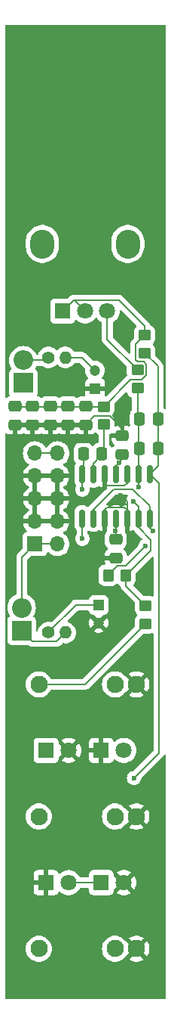
<source format=gbr>
%TF.GenerationSoftware,KiCad,Pcbnew,8.0.0*%
%TF.CreationDate,2024-06-17T17:20:25+02:00*%
%TF.ProjectId,Sloth,536c6f74-682e-46b6-9963-61645f706362,rev?*%
%TF.SameCoordinates,Original*%
%TF.FileFunction,Copper,L1,Top*%
%TF.FilePolarity,Positive*%
%FSLAX46Y46*%
G04 Gerber Fmt 4.6, Leading zero omitted, Abs format (unit mm)*
G04 Created by KiCad (PCBNEW 8.0.0) date 2024-06-17 17:20:25*
%MOMM*%
%LPD*%
G01*
G04 APERTURE LIST*
G04 Aperture macros list*
%AMRoundRect*
0 Rectangle with rounded corners*
0 $1 Rounding radius*
0 $2 $3 $4 $5 $6 $7 $8 $9 X,Y pos of 4 corners*
0 Add a 4 corners polygon primitive as box body*
4,1,4,$2,$3,$4,$5,$6,$7,$8,$9,$2,$3,0*
0 Add four circle primitives for the rounded corners*
1,1,$1+$1,$2,$3*
1,1,$1+$1,$4,$5*
1,1,$1+$1,$6,$7*
1,1,$1+$1,$8,$9*
0 Add four rect primitives between the rounded corners*
20,1,$1+$1,$2,$3,$4,$5,0*
20,1,$1+$1,$4,$5,$6,$7,0*
20,1,$1+$1,$6,$7,$8,$9,0*
20,1,$1+$1,$8,$9,$2,$3,0*%
G04 Aperture macros list end*
%TA.AperFunction,SMDPad,CuDef*%
%ADD10RoundRect,0.250000X0.475000X-0.337500X0.475000X0.337500X-0.475000X0.337500X-0.475000X-0.337500X0*%
%TD*%
%TA.AperFunction,ComponentPad*%
%ADD11C,1.930400*%
%TD*%
%TA.AperFunction,SMDPad,CuDef*%
%ADD12RoundRect,0.250000X0.450000X-0.350000X0.450000X0.350000X-0.450000X0.350000X-0.450000X-0.350000X0*%
%TD*%
%TA.AperFunction,ComponentPad*%
%ADD13R,1.800000X1.800000*%
%TD*%
%TA.AperFunction,ComponentPad*%
%ADD14C,1.800000*%
%TD*%
%TA.AperFunction,SMDPad,CuDef*%
%ADD15RoundRect,0.250000X-0.450000X0.350000X-0.450000X-0.350000X0.450000X-0.350000X0.450000X0.350000X0*%
%TD*%
%TA.AperFunction,ComponentPad*%
%ADD16O,2.720000X3.240000*%
%TD*%
%TA.AperFunction,SMDPad,CuDef*%
%ADD17RoundRect,0.250000X-0.337500X-0.475000X0.337500X-0.475000X0.337500X0.475000X-0.337500X0.475000X0*%
%TD*%
%TA.AperFunction,SMDPad,CuDef*%
%ADD18RoundRect,0.150000X0.150000X-0.825000X0.150000X0.825000X-0.150000X0.825000X-0.150000X-0.825000X0*%
%TD*%
%TA.AperFunction,SMDPad,CuDef*%
%ADD19RoundRect,0.250000X-0.350000X-0.450000X0.350000X-0.450000X0.350000X0.450000X-0.350000X0.450000X0*%
%TD*%
%TA.AperFunction,SMDPad,CuDef*%
%ADD20RoundRect,0.250000X0.337500X0.475000X-0.337500X0.475000X-0.337500X-0.475000X0.337500X-0.475000X0*%
%TD*%
%TA.AperFunction,ComponentPad*%
%ADD21R,2.200000X2.200000*%
%TD*%
%TA.AperFunction,ComponentPad*%
%ADD22O,2.200000X2.200000*%
%TD*%
%TA.AperFunction,ComponentPad*%
%ADD23C,1.400000*%
%TD*%
%TA.AperFunction,ComponentPad*%
%ADD24O,1.400000X1.400000*%
%TD*%
%TA.AperFunction,ComponentPad*%
%ADD25R,1.700000X1.700000*%
%TD*%
%TA.AperFunction,ComponentPad*%
%ADD26O,1.700000X1.700000*%
%TD*%
%TA.AperFunction,ComponentPad*%
%ADD27R,1.200000X1.200000*%
%TD*%
%TA.AperFunction,ComponentPad*%
%ADD28C,1.200000*%
%TD*%
%TA.AperFunction,ViaPad*%
%ADD29C,0.600000*%
%TD*%
%TA.AperFunction,Conductor*%
%ADD30C,0.200000*%
%TD*%
G04 APERTURE END LIST*
D10*
%TO.P,C12,1*%
%TO.N,-12V*%
X61096000Y-88775500D03*
%TO.P,C12,2*%
%TO.N,GND*%
X61096000Y-86700500D03*
%TD*%
D11*
%TO.P,J2,S*%
%TO.N,GND*%
X62674500Y-129338000D03*
%TO.P,J2,T*%
%TO.N,Net-(J2-PadT)*%
X51701700Y-129338000D03*
%TO.P,J2,TN*%
%TO.N,unconnected-(J2-PadTN)*%
X60261500Y-129338000D03*
%TD*%
D12*
%TO.P,R6,1*%
%TO.N,Net-(U1C--)*%
X62796000Y-81338000D03*
%TO.P,R6,2*%
%TO.N,Net-(R6-Pad2)*%
X62796000Y-79338000D03*
%TD*%
D10*
%TO.P,C4,1*%
%TO.N,GND*%
X56996000Y-85475500D03*
%TO.P,C4,2*%
%TO.N,Net-(C4-Pad2)*%
X56996000Y-83400500D03*
%TD*%
%TO.P,C5,1*%
%TO.N,GND*%
X54996000Y-85475500D03*
%TO.P,C5,2*%
%TO.N,Net-(C4-Pad2)*%
X54996000Y-83400500D03*
%TD*%
D13*
%TO.P,D1,1,K*%
%TO.N,GND*%
X58721000Y-121938000D03*
D14*
%TO.P,D1,2,A*%
%TO.N,Net-(D1-A)*%
X61261000Y-121938000D03*
%TD*%
D11*
%TO.P,J1,S*%
%TO.N,GND*%
X62674500Y-144138000D03*
%TO.P,J1,T*%
%TO.N,Net-(J1-PadT)*%
X51701700Y-144138000D03*
%TO.P,J1,TN*%
%TO.N,unconnected-(J1-PadTN)*%
X60261500Y-144138000D03*
%TD*%
D15*
%TO.P,R3,1*%
%TO.N,Net-(C4-Pad2)*%
X58996000Y-83438000D03*
%TO.P,R3,2*%
%TO.N,Net-(U1D--)*%
X58996000Y-85438000D03*
%TD*%
D10*
%TO.P,C8,1*%
%TO.N,GND*%
X48996000Y-85475500D03*
%TO.P,C8,2*%
%TO.N,Net-(C4-Pad2)*%
X48996000Y-83400500D03*
%TD*%
D13*
%TO.P,D3,1,K*%
%TO.N,Net-(D3-K)*%
X58721000Y-136738000D03*
D14*
%TO.P,D3,2,A*%
%TO.N,GND*%
X61261000Y-136738000D03*
%TD*%
D12*
%TO.P,R10,1*%
%TO.N,Net-(J3-PadT)*%
X63696000Y-107738000D03*
%TO.P,R10,2*%
%TO.N,Net-(U1B--)*%
X63696000Y-105738000D03*
%TD*%
%TO.P,R4,1*%
%TO.N,Net-(C2-Pad2)*%
X63596000Y-77438000D03*
%TO.P,R4,2*%
%TO.N,Net-(C4-Pad2)*%
X63596000Y-75438000D03*
%TD*%
D10*
%TO.P,C7,1*%
%TO.N,GND*%
X50996000Y-85475500D03*
%TO.P,C7,2*%
%TO.N,Net-(C4-Pad2)*%
X50996000Y-83400500D03*
%TD*%
D16*
%TO.P,RV1,*%
%TO.N,*%
X52096000Y-65238000D03*
X61696000Y-65238000D03*
D13*
%TO.P,RV1,1,1*%
%TO.N,Net-(C4-Pad2)*%
X54396000Y-72738000D03*
D14*
%TO.P,RV1,2,2*%
X56896000Y-72738000D03*
%TO.P,RV1,3,3*%
%TO.N,Net-(R6-Pad2)*%
X59396000Y-72738000D03*
%TD*%
D13*
%TO.P,D2,1,K*%
%TO.N,Net-(D1-A)*%
X52521000Y-121938000D03*
D14*
%TO.P,D2,2,A*%
%TO.N,GND*%
X55061000Y-121938000D03*
%TD*%
D17*
%TO.P,C2,1*%
%TO.N,Net-(U1C--)*%
X63021000Y-88138000D03*
%TO.P,C2,2*%
%TO.N,Net-(C2-Pad2)*%
X65096000Y-88138000D03*
%TD*%
%TO.P,C3,1*%
%TO.N,Net-(U1C--)*%
X63021000Y-84838000D03*
%TO.P,C3,2*%
%TO.N,Net-(C2-Pad2)*%
X65096000Y-84838000D03*
%TD*%
D10*
%TO.P,C11,1*%
%TO.N,GND*%
X60358500Y-100375500D03*
%TO.P,C11,2*%
%TO.N,+12V*%
X60358500Y-98300500D03*
%TD*%
%TO.P,C6,1*%
%TO.N,GND*%
X52996000Y-85475500D03*
%TO.P,C6,2*%
%TO.N,Net-(C4-Pad2)*%
X52996000Y-83400500D03*
%TD*%
D18*
%TO.P,U1,1*%
%TO.N,Net-(R7-Pad2)*%
X56538500Y-95975500D03*
%TO.P,U1,2,-*%
%TO.N,Net-(U1A--)*%
X57808500Y-95975500D03*
%TO.P,U1,3,+*%
%TO.N,GND*%
X59078500Y-95975500D03*
%TO.P,U1,4,V+*%
%TO.N,+12V*%
X60348500Y-95975500D03*
%TO.P,U1,5,+*%
%TO.N,GND*%
X61618500Y-95975500D03*
%TO.P,U1,6,-*%
%TO.N,Net-(U1B--)*%
X62888500Y-95975500D03*
%TO.P,U1,7*%
%TO.N,Net-(U1A--)*%
X64158500Y-95975500D03*
%TO.P,U1,8*%
%TO.N,Net-(C2-Pad2)*%
X64158500Y-91025500D03*
%TO.P,U1,9,-*%
%TO.N,Net-(U1C--)*%
X62888500Y-91025500D03*
%TO.P,U1,10,+*%
%TO.N,GND*%
X61618500Y-91025500D03*
%TO.P,U1,11,V-*%
%TO.N,-12V*%
X60348500Y-91025500D03*
%TO.P,U1,12,+*%
%TO.N,GND*%
X59078500Y-91025500D03*
%TO.P,U1,13,-*%
%TO.N,Net-(U1D--)*%
X57808500Y-91025500D03*
%TO.P,U1,14*%
%TO.N,Net-(C1-Pad2)*%
X56538500Y-91025500D03*
%TD*%
D19*
%TO.P,R2,1*%
%TO.N,Net-(U1A--)*%
X59496000Y-102338000D03*
%TO.P,R2,2*%
%TO.N,Net-(U1B--)*%
X61496000Y-102338000D03*
%TD*%
D11*
%TO.P,J3,S*%
%TO.N,GND*%
X62674500Y-114538000D03*
%TO.P,J3,T*%
%TO.N,Net-(J3-PadT)*%
X51701700Y-114538000D03*
%TO.P,J3,TN*%
%TO.N,unconnected-(J3-PadTN)*%
X60261500Y-114538000D03*
%TD*%
D13*
%TO.P,D4,1,K*%
%TO.N,GND*%
X52521000Y-136738000D03*
D14*
%TO.P,D4,2,A*%
%TO.N,Net-(D3-K)*%
X55061000Y-136738000D03*
%TD*%
D20*
%TO.P,C1,1*%
%TO.N,Net-(U1D--)*%
X58796000Y-88738000D03*
%TO.P,C1,2*%
%TO.N,Net-(C1-Pad2)*%
X56721000Y-88738000D03*
%TD*%
D21*
%TO.P,D5,1,K*%
%TO.N,Net-(D5-K)*%
X49764234Y-108509766D03*
D22*
%TO.P,D5,2,A*%
%TO.N,Net-(D5-A)*%
X49764234Y-105969766D03*
%TD*%
D23*
%TO.P,R16,1*%
%TO.N,Net-(D6-A)*%
X52786000Y-77938000D03*
D24*
%TO.P,R16,2*%
%TO.N,-12V*%
X54686000Y-77938000D03*
%TD*%
D23*
%TO.P,R15,1*%
%TO.N,+12V*%
X52791000Y-108743000D03*
D24*
%TO.P,R15,2*%
%TO.N,Net-(D5-K)*%
X54691000Y-108743000D03*
%TD*%
D25*
%TO.P,J4,1,+12V*%
%TO.N,Net-(D5-A)*%
X51256000Y-98838000D03*
D26*
%TO.P,J4,2,+12V*%
X53796000Y-98838000D03*
%TO.P,J4,3,GND*%
%TO.N,GND*%
X51256000Y-96298000D03*
%TO.P,J4,4,GND*%
X53796000Y-96298000D03*
%TO.P,J4,5,GND*%
X51256000Y-93758000D03*
%TO.P,J4,6,GND*%
X53796000Y-93758000D03*
%TO.P,J4,7,GND*%
X51256000Y-91218000D03*
%TO.P,J4,8,GND*%
X53796000Y-91218000D03*
%TO.P,J4,9,-12V*%
%TO.N,Net-(D6-K)*%
X51256000Y-88678000D03*
%TO.P,J4,10,-12V*%
X53796000Y-88678000D03*
%TD*%
D21*
%TO.P,D6,1,K*%
%TO.N,Net-(D6-K)*%
X49964234Y-80809766D03*
D22*
%TO.P,D6,2,A*%
%TO.N,Net-(D6-A)*%
X49964234Y-78269766D03*
%TD*%
D27*
%TO.P,C9,1*%
%TO.N,+12V*%
X58423400Y-105665398D03*
D28*
%TO.P,C9,2*%
%TO.N,GND*%
X58423400Y-107665398D03*
%TD*%
D27*
%TO.P,C10,1*%
%TO.N,GND*%
X58023400Y-81410598D03*
D28*
%TO.P,C10,2*%
%TO.N,-12V*%
X58023400Y-79410598D03*
%TD*%
D29*
%TO.N,Net-(C1-Pad2)*%
X56596000Y-92738000D03*
%TO.N,Net-(C2-Pad2)*%
X62396000Y-125038000D03*
%TO.N,Net-(U1C--)*%
X62950201Y-92464259D03*
%TO.N,GND*%
X63696000Y-71738000D03*
X64896000Y-125038000D03*
X56696000Y-108138000D03*
X63996000Y-120138000D03*
X56696000Y-138638000D03*
X61096000Y-105138000D03*
X52796000Y-116538000D03*
X60896000Y-93350500D03*
X59096000Y-92538000D03*
X49196000Y-126838000D03*
X57696000Y-75638000D03*
X63496000Y-103238000D03*
X56596000Y-117838000D03*
X56796000Y-135138000D03*
X63796000Y-110838000D03*
X48996000Y-98638000D03*
X61296000Y-108038000D03*
X55996000Y-144438000D03*
X53496000Y-105138000D03*
X60996000Y-74938000D03*
X53196000Y-126438000D03*
X56696000Y-102638000D03*
X53496000Y-80938000D03*
%TO.N,+12V*%
X60296000Y-97338000D03*
%TO.N,-12V*%
X60696000Y-89738000D03*
%TO.N,Net-(U1A--)*%
X63696000Y-99038000D03*
X64496000Y-97338004D03*
%TO.N,Net-(U1B--)*%
X62296000Y-94038011D03*
%TO.N,Net-(R7-Pad2)*%
X56596000Y-98238000D03*
%TD*%
D30*
%TO.N,Net-(U1D--)*%
X58996000Y-88538000D02*
X58796000Y-88738000D01*
X58796000Y-88838000D02*
X57808500Y-89825500D01*
X57808500Y-89825500D02*
X57808500Y-91025500D01*
X58796000Y-88738000D02*
X58796000Y-88838000D01*
X58996000Y-85438000D02*
X58996000Y-88538000D01*
%TO.N,Net-(C1-Pad2)*%
X56721000Y-88738000D02*
X56721000Y-90843000D01*
X56538500Y-91025500D02*
X56538500Y-92680500D01*
X56538500Y-92680500D02*
X56596000Y-92738000D01*
X56721000Y-90843000D02*
X56538500Y-91025500D01*
%TO.N,Net-(C2-Pad2)*%
X65096000Y-90088000D02*
X64158500Y-91025500D01*
X65096000Y-78938000D02*
X65096000Y-84838000D01*
X65196000Y-92063000D02*
X65196000Y-122238000D01*
X65196000Y-122238000D02*
X62396000Y-125038000D01*
X64158500Y-91025500D02*
X65196000Y-92063000D01*
X63596000Y-77438000D02*
X65096000Y-78938000D01*
X65096000Y-84838000D02*
X65096000Y-88138000D01*
X65096000Y-84838000D02*
X65096000Y-90088000D01*
%TO.N,Net-(U1C--)*%
X62888500Y-84970500D02*
X63021000Y-84838000D01*
X62888500Y-92402558D02*
X62950201Y-92464259D01*
X62888500Y-91025500D02*
X62888500Y-84970500D01*
X62796000Y-81338000D02*
X62796000Y-84613000D01*
X62796000Y-84613000D02*
X63021000Y-84838000D01*
X62888500Y-91025500D02*
X62888500Y-92402558D01*
%TO.N,Net-(C4-Pad2)*%
X62596000Y-78238000D02*
X62796000Y-78438000D01*
X60696000Y-71538000D02*
X63596000Y-74438000D01*
X63796000Y-78753256D02*
X63796000Y-79922744D01*
X58996000Y-83438000D02*
X49033500Y-83438000D01*
X62596000Y-76438000D02*
X62596000Y-78238000D01*
X63796000Y-79922744D02*
X63280744Y-80438000D01*
X61996000Y-80438000D02*
X58996000Y-83438000D01*
X55696000Y-71538000D02*
X55596000Y-71538000D01*
X49033500Y-83438000D02*
X48996000Y-83400500D01*
X63280744Y-80438000D02*
X61996000Y-80438000D01*
X63596000Y-74438000D02*
X63596000Y-75438000D01*
X63596000Y-75438000D02*
X62596000Y-76438000D01*
X55596000Y-71538000D02*
X60696000Y-71538000D01*
X54396000Y-72738000D02*
X55596000Y-71538000D01*
X62796000Y-78438000D02*
X63480744Y-78438000D01*
X63480744Y-78438000D02*
X63796000Y-78753256D01*
X56896000Y-72738000D02*
X55696000Y-71538000D01*
%TO.N,GND*%
X61318499Y-92300500D02*
X59333500Y-92300500D01*
X59078500Y-95000501D02*
X59378501Y-94700500D01*
X59078500Y-95975500D02*
X59078500Y-95000501D01*
X57933500Y-84538000D02*
X56996000Y-85475500D01*
X61096000Y-86700500D02*
X61096000Y-85953256D01*
X61096000Y-85953256D02*
X59680744Y-84538000D01*
X61618500Y-91025500D02*
X61618500Y-92000499D01*
X61618500Y-95975500D02*
X61618500Y-94073000D01*
X59680744Y-84538000D02*
X57933500Y-84538000D01*
X59333500Y-92300500D02*
X59096000Y-92538000D01*
X61618500Y-94073000D02*
X60896000Y-93350500D01*
X61618500Y-95000501D02*
X61618500Y-95975500D01*
X61318499Y-94700500D02*
X61618500Y-95000501D01*
X59378501Y-94700500D02*
X61318499Y-94700500D01*
X61618500Y-92000499D02*
X61318499Y-92300500D01*
%TO.N,+12V*%
X58423400Y-105665398D02*
X55868602Y-105665398D01*
X60348500Y-97390500D02*
X60348500Y-98290500D01*
X60296000Y-97338000D02*
X60348500Y-97390500D01*
X60348500Y-95975500D02*
X60348500Y-97285500D01*
X60348500Y-97285500D02*
X60296000Y-97338000D01*
X60348500Y-98290500D02*
X60358500Y-98300500D01*
X55868602Y-105665398D02*
X52791000Y-108743000D01*
%TO.N,-12V*%
X60696000Y-89703001D02*
X61096000Y-89303001D01*
X60696000Y-89738000D02*
X60696000Y-89703001D01*
X60348500Y-91025500D02*
X60348500Y-90050501D01*
X60348500Y-90050501D02*
X60661001Y-89738000D01*
X56550802Y-77938000D02*
X58023400Y-79410598D01*
X60661001Y-89738000D02*
X60696000Y-89738000D01*
X61096000Y-89303001D02*
X61096000Y-88775500D01*
X54686000Y-77938000D02*
X56550802Y-77938000D01*
%TO.N,Net-(D3-K)*%
X55061000Y-136738000D02*
X58721000Y-136738000D01*
%TO.N,Net-(D5-A)*%
X49764234Y-100329766D02*
X51256000Y-98838000D01*
X53796000Y-98838000D02*
X51256000Y-98838000D01*
X49764234Y-105969766D02*
X49764234Y-100329766D01*
%TO.N,Net-(D5-K)*%
X53691000Y-109743000D02*
X50997468Y-109743000D01*
X54691000Y-108743000D02*
X53691000Y-109743000D01*
X50997468Y-109743000D02*
X49764234Y-108509766D01*
%TO.N,Net-(D6-K)*%
X53796000Y-88678000D02*
X51256000Y-88678000D01*
%TO.N,Net-(D6-A)*%
X52454234Y-78269766D02*
X52786000Y-77938000D01*
X49964234Y-78269766D02*
X52454234Y-78269766D01*
%TO.N,Net-(J3-PadT)*%
X63696000Y-107738000D02*
X56896000Y-114538000D01*
X56896000Y-114538000D02*
X51701700Y-114538000D01*
%TO.N,Net-(U1A--)*%
X64158500Y-94581261D02*
X64158500Y-95975500D01*
X60108501Y-92700500D02*
X62277739Y-92700500D01*
X62277739Y-92700500D02*
X64158500Y-94581261D01*
X57808500Y-95975500D02*
X57808500Y-95000501D01*
X64158500Y-95975500D02*
X64158500Y-97000504D01*
X59496000Y-102338000D02*
X60571000Y-101263000D01*
X61471000Y-101263000D02*
X63696000Y-99038000D01*
X57808500Y-95000501D02*
X60108501Y-92700500D01*
X64158500Y-97000504D02*
X64496000Y-97338004D01*
X60571000Y-101263000D02*
X61471000Y-101263000D01*
%TO.N,Net-(U1B--)*%
X64296000Y-98357999D02*
X62888500Y-96950499D01*
X64296000Y-99538000D02*
X64296000Y-98357999D01*
X62888500Y-94630511D02*
X62296000Y-94038011D01*
X61496000Y-102338000D02*
X64296000Y-99538000D01*
X62888500Y-95975500D02*
X62888500Y-94630511D01*
X63696000Y-105738000D02*
X61496000Y-103538000D01*
X62888500Y-96950499D02*
X62888500Y-95975500D01*
X61496000Y-103538000D02*
X61496000Y-102338000D01*
%TO.N,Net-(R6-Pad2)*%
X59396000Y-75938000D02*
X62796000Y-79338000D01*
X59396000Y-72738000D02*
X59396000Y-75938000D01*
%TO.N,Net-(R7-Pad2)*%
X56538500Y-98180500D02*
X56596000Y-98238000D01*
X56538500Y-95975500D02*
X56538500Y-98180500D01*
%TD*%
%TA.AperFunction,Conductor*%
%TO.N,GND*%
G36*
X53330075Y-96105007D02*
G01*
X53296000Y-96232174D01*
X53296000Y-96363826D01*
X53330075Y-96490993D01*
X53362988Y-96548000D01*
X51689012Y-96548000D01*
X51721925Y-96490993D01*
X51756000Y-96363826D01*
X51756000Y-96232174D01*
X51721925Y-96105007D01*
X51689012Y-96048000D01*
X53362988Y-96048000D01*
X53330075Y-96105007D01*
G37*
%TD.AperFunction*%
%TA.AperFunction,Conductor*%
G36*
X51506000Y-95864988D02*
G01*
X51448993Y-95832075D01*
X51321826Y-95798000D01*
X51190174Y-95798000D01*
X51063007Y-95832075D01*
X51006000Y-95864988D01*
X51006000Y-94191012D01*
X51063007Y-94223925D01*
X51190174Y-94258000D01*
X51321826Y-94258000D01*
X51448993Y-94223925D01*
X51506000Y-94191012D01*
X51506000Y-95864988D01*
G37*
%TD.AperFunction*%
%TA.AperFunction,Conductor*%
G36*
X54046000Y-95864988D02*
G01*
X53988993Y-95832075D01*
X53861826Y-95798000D01*
X53730174Y-95798000D01*
X53603007Y-95832075D01*
X53546000Y-95864988D01*
X53546000Y-94191012D01*
X53603007Y-94223925D01*
X53730174Y-94258000D01*
X53861826Y-94258000D01*
X53988993Y-94223925D01*
X54046000Y-94191012D01*
X54046000Y-95864988D01*
G37*
%TD.AperFunction*%
%TA.AperFunction,Conductor*%
G36*
X53330075Y-93565007D02*
G01*
X53296000Y-93692174D01*
X53296000Y-93823826D01*
X53330075Y-93950993D01*
X53362988Y-94008000D01*
X51689012Y-94008000D01*
X51721925Y-93950993D01*
X51756000Y-93823826D01*
X51756000Y-93692174D01*
X51721925Y-93565007D01*
X51689012Y-93508000D01*
X53362988Y-93508000D01*
X53330075Y-93565007D01*
G37*
%TD.AperFunction*%
%TA.AperFunction,Conductor*%
G36*
X51506000Y-93324988D02*
G01*
X51448993Y-93292075D01*
X51321826Y-93258000D01*
X51190174Y-93258000D01*
X51063007Y-93292075D01*
X51006000Y-93324988D01*
X51006000Y-91651012D01*
X51063007Y-91683925D01*
X51190174Y-91718000D01*
X51321826Y-91718000D01*
X51448993Y-91683925D01*
X51506000Y-91651012D01*
X51506000Y-93324988D01*
G37*
%TD.AperFunction*%
%TA.AperFunction,Conductor*%
G36*
X54046000Y-93324988D02*
G01*
X53988993Y-93292075D01*
X53861826Y-93258000D01*
X53730174Y-93258000D01*
X53603007Y-93292075D01*
X53546000Y-93324988D01*
X53546000Y-91651012D01*
X53603007Y-91683925D01*
X53730174Y-91718000D01*
X53861826Y-91718000D01*
X53988993Y-91683925D01*
X54046000Y-91651012D01*
X54046000Y-93324988D01*
G37*
%TD.AperFunction*%
%TA.AperFunction,Conductor*%
G36*
X53330075Y-91025007D02*
G01*
X53296000Y-91152174D01*
X53296000Y-91283826D01*
X53330075Y-91410993D01*
X53362988Y-91468000D01*
X51689012Y-91468000D01*
X51721925Y-91410993D01*
X51756000Y-91283826D01*
X51756000Y-91152174D01*
X51721925Y-91025007D01*
X51689012Y-90968000D01*
X53362988Y-90968000D01*
X53330075Y-91025007D01*
G37*
%TD.AperFunction*%
%TA.AperFunction,Conductor*%
G36*
X57189039Y-85245185D02*
G01*
X57234794Y-85297989D01*
X57246000Y-85349500D01*
X57246000Y-86562999D01*
X57520972Y-86562999D01*
X57520986Y-86562998D01*
X57623697Y-86552505D01*
X57790119Y-86497358D01*
X57790124Y-86497356D01*
X57939349Y-86405313D01*
X57945012Y-86400836D01*
X57946146Y-86402270D01*
X57999186Y-86373299D01*
X58068879Y-86378274D01*
X58090649Y-86388918D01*
X58226666Y-86472814D01*
X58310505Y-86500595D01*
X58367948Y-86540366D01*
X58394772Y-86604882D01*
X58395500Y-86618300D01*
X58395500Y-87403703D01*
X58375815Y-87470742D01*
X58323011Y-87516497D01*
X58310505Y-87521409D01*
X58139166Y-87578186D01*
X58139163Y-87578187D01*
X57989842Y-87670289D01*
X57865785Y-87794346D01*
X57864037Y-87797182D01*
X57862329Y-87798717D01*
X57861307Y-87800011D01*
X57861085Y-87799836D01*
X57812089Y-87843905D01*
X57743126Y-87855126D01*
X57679044Y-87827282D01*
X57652963Y-87797182D01*
X57651214Y-87794346D01*
X57527157Y-87670289D01*
X57527156Y-87670288D01*
X57377834Y-87578186D01*
X57211297Y-87523001D01*
X57211295Y-87523000D01*
X57108510Y-87512500D01*
X56333498Y-87512500D01*
X56333480Y-87512501D01*
X56230703Y-87523000D01*
X56230700Y-87523001D01*
X56064168Y-87578185D01*
X56064163Y-87578187D01*
X55914842Y-87670289D01*
X55790789Y-87794342D01*
X55698687Y-87943663D01*
X55698685Y-87943668D01*
X55683500Y-87989494D01*
X55643501Y-88110203D01*
X55643501Y-88110204D01*
X55643500Y-88110204D01*
X55633000Y-88212983D01*
X55633000Y-89263001D01*
X55633001Y-89263019D01*
X55643500Y-89365796D01*
X55643501Y-89365799D01*
X55698685Y-89532331D01*
X55698687Y-89532336D01*
X55709582Y-89550000D01*
X55776510Y-89658508D01*
X55790789Y-89681657D01*
X55816285Y-89707153D01*
X55849770Y-89768476D01*
X55844786Y-89838168D01*
X55835337Y-89857953D01*
X55786756Y-89940101D01*
X55786754Y-89940106D01*
X55740902Y-90097926D01*
X55740901Y-90097932D01*
X55738000Y-90134798D01*
X55738000Y-91916201D01*
X55740901Y-91953067D01*
X55740902Y-91953073D01*
X55786754Y-92110893D01*
X55786757Y-92110900D01*
X55873299Y-92257237D01*
X55890482Y-92324961D01*
X55872885Y-92382039D01*
X55873231Y-92382206D01*
X55872128Y-92384495D01*
X55871565Y-92386323D01*
X55870209Y-92388480D01*
X55810633Y-92558737D01*
X55810630Y-92558750D01*
X55790435Y-92737996D01*
X55790435Y-92738003D01*
X55810630Y-92917249D01*
X55810631Y-92917254D01*
X55870211Y-93087523D01*
X55888516Y-93116655D01*
X55966184Y-93240262D01*
X56093738Y-93367816D01*
X56246478Y-93463789D01*
X56367690Y-93506203D01*
X56416745Y-93523368D01*
X56416750Y-93523369D01*
X56595996Y-93543565D01*
X56596000Y-93543565D01*
X56596004Y-93543565D01*
X56775249Y-93523369D01*
X56775252Y-93523368D01*
X56775255Y-93523368D01*
X56945522Y-93463789D01*
X57098262Y-93367816D01*
X57225816Y-93240262D01*
X57321789Y-93087522D01*
X57381368Y-92917255D01*
X57381369Y-92917249D01*
X57401565Y-92738003D01*
X57401565Y-92737996D01*
X57389225Y-92628474D01*
X57401280Y-92559653D01*
X57448629Y-92508273D01*
X57516239Y-92490649D01*
X57547037Y-92495514D01*
X57555931Y-92498098D01*
X57592806Y-92501000D01*
X57592814Y-92501000D01*
X58024186Y-92501000D01*
X58024194Y-92501000D01*
X58061069Y-92498098D01*
X58061071Y-92498097D01*
X58061073Y-92498097D01*
X58102691Y-92486005D01*
X58218898Y-92452244D01*
X58360365Y-92368581D01*
X58360368Y-92368577D01*
X58366526Y-92363801D01*
X58368339Y-92366138D01*
X58417449Y-92339298D01*
X58487143Y-92344256D01*
X58519496Y-92365051D01*
X58520778Y-92363400D01*
X58526947Y-92368185D01*
X58668301Y-92451781D01*
X58826014Y-92497600D01*
X58826011Y-92497600D01*
X58828498Y-92497795D01*
X58828500Y-92497795D01*
X58828500Y-90899500D01*
X58848185Y-90832461D01*
X58900989Y-90786706D01*
X58952500Y-90775500D01*
X59204500Y-90775500D01*
X59271539Y-90795185D01*
X59317294Y-90847989D01*
X59328500Y-90899500D01*
X59328500Y-92516742D01*
X59339019Y-92534329D01*
X59336772Y-92604162D01*
X59306661Y-92653101D01*
X57439786Y-94519979D01*
X57439766Y-94519999D01*
X57437562Y-94522202D01*
X57404676Y-94544548D01*
X57404816Y-94544785D01*
X57401051Y-94547011D01*
X57399158Y-94548298D01*
X57398105Y-94548753D01*
X57256638Y-94632416D01*
X57250469Y-94637202D01*
X57248572Y-94634756D01*
X57199858Y-94661357D01*
X57130166Y-94656373D01*
X57097796Y-94635569D01*
X57096531Y-94637202D01*
X57090362Y-94632417D01*
X57012181Y-94586181D01*
X56948898Y-94548756D01*
X56948897Y-94548755D01*
X56948896Y-94548755D01*
X56948893Y-94548754D01*
X56791073Y-94502902D01*
X56791067Y-94502901D01*
X56754201Y-94500000D01*
X56754194Y-94500000D01*
X56322806Y-94500000D01*
X56322798Y-94500000D01*
X56285932Y-94502901D01*
X56285926Y-94502902D01*
X56128106Y-94548754D01*
X56128103Y-94548755D01*
X55986637Y-94632417D01*
X55986629Y-94632423D01*
X55870423Y-94748629D01*
X55870417Y-94748637D01*
X55786755Y-94890103D01*
X55786754Y-94890106D01*
X55740902Y-95047926D01*
X55740901Y-95047932D01*
X55738000Y-95084798D01*
X55738000Y-96866201D01*
X55740901Y-96903067D01*
X55740902Y-96903073D01*
X55786754Y-97060893D01*
X55786755Y-97060896D01*
X55870417Y-97202362D01*
X55870423Y-97202370D01*
X55901680Y-97233626D01*
X55935166Y-97294948D01*
X55938000Y-97321308D01*
X55938000Y-97744867D01*
X55918994Y-97810839D01*
X55870211Y-97888477D01*
X55870209Y-97888481D01*
X55810633Y-98058737D01*
X55810630Y-98058750D01*
X55790435Y-98237996D01*
X55790435Y-98238003D01*
X55810630Y-98417249D01*
X55810631Y-98417254D01*
X55870211Y-98587523D01*
X55933646Y-98688478D01*
X55966184Y-98740262D01*
X56093738Y-98867816D01*
X56184080Y-98924582D01*
X56217638Y-98945668D01*
X56246478Y-98963789D01*
X56317910Y-98988784D01*
X56416745Y-99023368D01*
X56416750Y-99023369D01*
X56595996Y-99043565D01*
X56596000Y-99043565D01*
X56596004Y-99043565D01*
X56775249Y-99023369D01*
X56775252Y-99023368D01*
X56775255Y-99023368D01*
X56945522Y-98963789D01*
X57098262Y-98867816D01*
X57225816Y-98740262D01*
X57321789Y-98587522D01*
X57381368Y-98417255D01*
X57386204Y-98374335D01*
X57401565Y-98238003D01*
X57401565Y-98237996D01*
X57381369Y-98058750D01*
X57381368Y-98058745D01*
X57343292Y-97949930D01*
X57321789Y-97888478D01*
X57225816Y-97735738D01*
X57175319Y-97685241D01*
X57141834Y-97623918D01*
X57139000Y-97597560D01*
X57139000Y-97466406D01*
X57158685Y-97399367D01*
X57211489Y-97353612D01*
X57280647Y-97343668D01*
X57326117Y-97359672D01*
X57398102Y-97402244D01*
X57416293Y-97407529D01*
X57555926Y-97448097D01*
X57555929Y-97448097D01*
X57555931Y-97448098D01*
X57592806Y-97451000D01*
X57592814Y-97451000D01*
X58024186Y-97451000D01*
X58024194Y-97451000D01*
X58061069Y-97448098D01*
X58061071Y-97448097D01*
X58061073Y-97448097D01*
X58150385Y-97422149D01*
X58218898Y-97402244D01*
X58360365Y-97318581D01*
X58360368Y-97318577D01*
X58366526Y-97313801D01*
X58368339Y-97316138D01*
X58417449Y-97289298D01*
X58487143Y-97294256D01*
X58519496Y-97315051D01*
X58520778Y-97313400D01*
X58526947Y-97318185D01*
X58668301Y-97401781D01*
X58826014Y-97447600D01*
X58826011Y-97447600D01*
X58828498Y-97447795D01*
X58828500Y-97447795D01*
X58828500Y-95849500D01*
X58848185Y-95782461D01*
X58900989Y-95736706D01*
X58952500Y-95725500D01*
X59204500Y-95725500D01*
X59271539Y-95745185D01*
X59317294Y-95797989D01*
X59328500Y-95849500D01*
X59328500Y-97405269D01*
X59308815Y-97472308D01*
X59292181Y-97492950D01*
X59290792Y-97494338D01*
X59290790Y-97494342D01*
X59290788Y-97494344D01*
X59285488Y-97502937D01*
X59198687Y-97643663D01*
X59198685Y-97643668D01*
X59190202Y-97669269D01*
X59143501Y-97810203D01*
X59143501Y-97810204D01*
X59143500Y-97810204D01*
X59133000Y-97912983D01*
X59133000Y-98688001D01*
X59133001Y-98688019D01*
X59143500Y-98790796D01*
X59143501Y-98790799D01*
X59194820Y-98945668D01*
X59198686Y-98957334D01*
X59290788Y-99106656D01*
X59414844Y-99230712D01*
X59418128Y-99232737D01*
X59418153Y-99232753D01*
X59419945Y-99234746D01*
X59420511Y-99235193D01*
X59420434Y-99235289D01*
X59464879Y-99284699D01*
X59476103Y-99353661D01*
X59448261Y-99417744D01*
X59418165Y-99443826D01*
X59415160Y-99445679D01*
X59415155Y-99445683D01*
X59291184Y-99569654D01*
X59199143Y-99718875D01*
X59199141Y-99718880D01*
X59143994Y-99885302D01*
X59143993Y-99885309D01*
X59133500Y-99988013D01*
X59133500Y-100125500D01*
X60484500Y-100125500D01*
X60551539Y-100145185D01*
X60597294Y-100197989D01*
X60608500Y-100249500D01*
X60608500Y-100501500D01*
X60588815Y-100568539D01*
X60536011Y-100614294D01*
X60484500Y-100625500D01*
X59133501Y-100625500D01*
X59133501Y-100762986D01*
X59143994Y-100865697D01*
X59180942Y-100977197D01*
X59183344Y-101047025D01*
X59147612Y-101107067D01*
X59085092Y-101138260D01*
X59075838Y-101139559D01*
X58993202Y-101148001D01*
X58993200Y-101148001D01*
X58826668Y-101203185D01*
X58826663Y-101203187D01*
X58677342Y-101295289D01*
X58553289Y-101419342D01*
X58461187Y-101568663D01*
X58461186Y-101568666D01*
X58406001Y-101735203D01*
X58406001Y-101735204D01*
X58406000Y-101735204D01*
X58395500Y-101837983D01*
X58395500Y-102838001D01*
X58395501Y-102838019D01*
X58406000Y-102940796D01*
X58406001Y-102940799D01*
X58461185Y-103107331D01*
X58461186Y-103107334D01*
X58553288Y-103256656D01*
X58677344Y-103380712D01*
X58826666Y-103472814D01*
X58993203Y-103527999D01*
X59095991Y-103538500D01*
X59896008Y-103538499D01*
X59896016Y-103538498D01*
X59896019Y-103538498D01*
X59962106Y-103531747D01*
X59998797Y-103527999D01*
X60165334Y-103472814D01*
X60314656Y-103380712D01*
X60408319Y-103287049D01*
X60469642Y-103253564D01*
X60539334Y-103258548D01*
X60583681Y-103287049D01*
X60677344Y-103380712D01*
X60826666Y-103472814D01*
X60826667Y-103472814D01*
X60832813Y-103476605D01*
X60831704Y-103478401D01*
X60876328Y-103517673D01*
X60895499Y-103583907D01*
X60895499Y-103617054D01*
X60895498Y-103617054D01*
X60936423Y-103769785D01*
X60965358Y-103819900D01*
X60965359Y-103819904D01*
X60965360Y-103819904D01*
X61015479Y-103906714D01*
X61015481Y-103906717D01*
X61134349Y-104025585D01*
X61134355Y-104025590D01*
X62459181Y-105350416D01*
X62492666Y-105411739D01*
X62495500Y-105438097D01*
X62495500Y-106138001D01*
X62495501Y-106138019D01*
X62506000Y-106240796D01*
X62506001Y-106240799D01*
X62561185Y-106407331D01*
X62561187Y-106407336D01*
X62653289Y-106556657D01*
X62746951Y-106650319D01*
X62780436Y-106711642D01*
X62775452Y-106781334D01*
X62746951Y-106825681D01*
X62653289Y-106919342D01*
X62561187Y-107068663D01*
X62561185Y-107068668D01*
X62533349Y-107152670D01*
X62506001Y-107235203D01*
X62506001Y-107235204D01*
X62506000Y-107235204D01*
X62495500Y-107337983D01*
X62495500Y-108037902D01*
X62475815Y-108104941D01*
X62459181Y-108125583D01*
X56683584Y-113901181D01*
X56622261Y-113934666D01*
X56595903Y-113937500D01*
X53119814Y-113937500D01*
X53052775Y-113917815D01*
X53007020Y-113865011D01*
X53006257Y-113863308D01*
X52995268Y-113838255D01*
X52995162Y-113838013D01*
X52863746Y-113636865D01*
X52862309Y-113634665D01*
X52843601Y-113614343D01*
X52697794Y-113455954D01*
X52697789Y-113455950D01*
X52697787Y-113455948D01*
X52506117Y-113306765D01*
X52506111Y-113306761D01*
X52292484Y-113191151D01*
X52292479Y-113191149D01*
X52062743Y-113112281D01*
X51903014Y-113085627D01*
X51823151Y-113072300D01*
X51580249Y-113072300D01*
X51520351Y-113082295D01*
X51340656Y-113112281D01*
X51110920Y-113191149D01*
X51110915Y-113191151D01*
X50897288Y-113306761D01*
X50897282Y-113306765D01*
X50705612Y-113455948D01*
X50705609Y-113455951D01*
X50541090Y-113634665D01*
X50408237Y-113838013D01*
X50310665Y-114060456D01*
X50251035Y-114295930D01*
X50230977Y-114537994D01*
X50230977Y-114538005D01*
X50251035Y-114780069D01*
X50310665Y-115015543D01*
X50408237Y-115237986D01*
X50541090Y-115441334D01*
X50541093Y-115441337D01*
X50705606Y-115620046D01*
X50705609Y-115620048D01*
X50705612Y-115620051D01*
X50897282Y-115769234D01*
X50897288Y-115769238D01*
X50897291Y-115769240D01*
X51072573Y-115864098D01*
X51110072Y-115884392D01*
X51110917Y-115884849D01*
X51340659Y-115963719D01*
X51580249Y-116003700D01*
X51580250Y-116003700D01*
X51823150Y-116003700D01*
X51823151Y-116003700D01*
X52062741Y-115963719D01*
X52292483Y-115884849D01*
X52506109Y-115769240D01*
X52506644Y-115768824D01*
X52570476Y-115719140D01*
X52697794Y-115620046D01*
X52862307Y-115441337D01*
X52995162Y-115237987D01*
X53006257Y-115212690D01*
X53051212Y-115159205D01*
X53117948Y-115138514D01*
X53119814Y-115138500D01*
X56809331Y-115138500D01*
X56809347Y-115138501D01*
X56816943Y-115138501D01*
X56975054Y-115138501D01*
X56975057Y-115138501D01*
X57127785Y-115097577D01*
X57177904Y-115068639D01*
X57264716Y-115018520D01*
X57376520Y-114906716D01*
X57376520Y-114906714D01*
X57386728Y-114896507D01*
X57386730Y-114896504D01*
X57745229Y-114538005D01*
X58790777Y-114538005D01*
X58810835Y-114780069D01*
X58870465Y-115015543D01*
X58968037Y-115237986D01*
X59100890Y-115441334D01*
X59100893Y-115441337D01*
X59265406Y-115620046D01*
X59265409Y-115620048D01*
X59265412Y-115620051D01*
X59457082Y-115769234D01*
X59457088Y-115769238D01*
X59457091Y-115769240D01*
X59632373Y-115864098D01*
X59669872Y-115884392D01*
X59670717Y-115884849D01*
X59900459Y-115963719D01*
X60140049Y-116003700D01*
X60140050Y-116003700D01*
X60382950Y-116003700D01*
X60382951Y-116003700D01*
X60622541Y-115963719D01*
X60852283Y-115884849D01*
X61065909Y-115769240D01*
X61066444Y-115768824D01*
X61130276Y-115719140D01*
X61257594Y-115620046D01*
X61422107Y-115441337D01*
X61423547Y-115439132D01*
X61439677Y-115419269D01*
X62236852Y-114622094D01*
X62260292Y-114709571D01*
X62318811Y-114810930D01*
X62401570Y-114893689D01*
X62502929Y-114952208D01*
X62590405Y-114975647D01*
X61829240Y-115736811D01*
X61870367Y-115768822D01*
X61870370Y-115768824D01*
X62083912Y-115884386D01*
X62083926Y-115884392D01*
X62313579Y-115963233D01*
X62553090Y-116003200D01*
X62795910Y-116003200D01*
X63035420Y-115963233D01*
X63265073Y-115884392D01*
X63265087Y-115884386D01*
X63478631Y-115768823D01*
X63478637Y-115768818D01*
X63519758Y-115736812D01*
X63519759Y-115736811D01*
X62758594Y-114975647D01*
X62846071Y-114952208D01*
X62947430Y-114893689D01*
X63030189Y-114810930D01*
X63088708Y-114709571D01*
X63112147Y-114622094D01*
X63872792Y-115382740D01*
X63967521Y-115237749D01*
X64065061Y-115015378D01*
X64124669Y-114779994D01*
X64124671Y-114779982D01*
X64144722Y-114538005D01*
X64144722Y-114537994D01*
X64124671Y-114296017D01*
X64124669Y-114296005D01*
X64065061Y-114060621D01*
X63967523Y-113838255D01*
X63872792Y-113693258D01*
X63112147Y-114453904D01*
X63088708Y-114366429D01*
X63030189Y-114265070D01*
X62947430Y-114182311D01*
X62846071Y-114123792D01*
X62758594Y-114100352D01*
X63519758Y-113339187D01*
X63519758Y-113339185D01*
X63478643Y-113307184D01*
X63478632Y-113307177D01*
X63265087Y-113191613D01*
X63265073Y-113191607D01*
X63035420Y-113112766D01*
X62795910Y-113072800D01*
X62553090Y-113072800D01*
X62313579Y-113112766D01*
X62083926Y-113191607D01*
X62083912Y-113191613D01*
X61870368Y-113307177D01*
X61870365Y-113307179D01*
X61829239Y-113339187D01*
X62590405Y-114100352D01*
X62502929Y-114123792D01*
X62401570Y-114182311D01*
X62318811Y-114265070D01*
X62260292Y-114366429D01*
X62236852Y-114453904D01*
X61439673Y-113656725D01*
X61423548Y-113636869D01*
X61422107Y-113634663D01*
X61257594Y-113455954D01*
X61257589Y-113455950D01*
X61257587Y-113455948D01*
X61065917Y-113306765D01*
X61065911Y-113306761D01*
X60852284Y-113191151D01*
X60852279Y-113191149D01*
X60622543Y-113112281D01*
X60462814Y-113085627D01*
X60382951Y-113072300D01*
X60140049Y-113072300D01*
X60080151Y-113082295D01*
X59900456Y-113112281D01*
X59670720Y-113191149D01*
X59670715Y-113191151D01*
X59457088Y-113306761D01*
X59457082Y-113306765D01*
X59265412Y-113455948D01*
X59265409Y-113455951D01*
X59100890Y-113634665D01*
X58968037Y-113838013D01*
X58870465Y-114060456D01*
X58810835Y-114295930D01*
X58790777Y-114537994D01*
X58790777Y-114538005D01*
X57745229Y-114538005D01*
X63408416Y-108874818D01*
X63469739Y-108841333D01*
X63496097Y-108838499D01*
X64196002Y-108838499D01*
X64196008Y-108838499D01*
X64298797Y-108827999D01*
X64432497Y-108783694D01*
X64502324Y-108781293D01*
X64562366Y-108817024D01*
X64593559Y-108879545D01*
X64595500Y-108901401D01*
X64595500Y-121937902D01*
X64575815Y-122004941D01*
X64559181Y-122025583D01*
X62377465Y-124207298D01*
X62316142Y-124240783D01*
X62303668Y-124242837D01*
X62216750Y-124252630D01*
X62046478Y-124312210D01*
X61893737Y-124408184D01*
X61766184Y-124535737D01*
X61670211Y-124688476D01*
X61610631Y-124858745D01*
X61610630Y-124858750D01*
X61590435Y-125037996D01*
X61590435Y-125038003D01*
X61610630Y-125217249D01*
X61610631Y-125217254D01*
X61670211Y-125387523D01*
X61766184Y-125540262D01*
X61893738Y-125667816D01*
X62046478Y-125763789D01*
X62216745Y-125823368D01*
X62216750Y-125823369D01*
X62395996Y-125843565D01*
X62396000Y-125843565D01*
X62396004Y-125843565D01*
X62575249Y-125823369D01*
X62575252Y-125823368D01*
X62575255Y-125823368D01*
X62745522Y-125763789D01*
X62898262Y-125667816D01*
X63025816Y-125540262D01*
X63121789Y-125387522D01*
X63181368Y-125217255D01*
X63191161Y-125130329D01*
X63218226Y-125065918D01*
X63226690Y-125056543D01*
X65564713Y-122718521D01*
X65564716Y-122718520D01*
X65676520Y-122606716D01*
X65726639Y-122519904D01*
X65755577Y-122469785D01*
X65755577Y-122469782D01*
X65755579Y-122469780D01*
X65756939Y-122466498D01*
X65758829Y-122464152D01*
X65759643Y-122462743D01*
X65759862Y-122462869D01*
X65800779Y-122412094D01*
X65867073Y-122390029D01*
X65934773Y-122407308D01*
X65982384Y-122458445D01*
X65995500Y-122513950D01*
X65995500Y-149613500D01*
X65975815Y-149680539D01*
X65923011Y-149726294D01*
X65871500Y-149737500D01*
X48020500Y-149737500D01*
X47953461Y-149717815D01*
X47907706Y-149665011D01*
X47896500Y-149613500D01*
X47896500Y-144138005D01*
X50230977Y-144138005D01*
X50251035Y-144380069D01*
X50310665Y-144615543D01*
X50408237Y-144837986D01*
X50541090Y-145041334D01*
X50541093Y-145041337D01*
X50705606Y-145220046D01*
X50705609Y-145220048D01*
X50705612Y-145220051D01*
X50897282Y-145369234D01*
X50897288Y-145369238D01*
X50897291Y-145369240D01*
X51072573Y-145464098D01*
X51110072Y-145484392D01*
X51110917Y-145484849D01*
X51340659Y-145563719D01*
X51580249Y-145603700D01*
X51580250Y-145603700D01*
X51823150Y-145603700D01*
X51823151Y-145603700D01*
X52062741Y-145563719D01*
X52292483Y-145484849D01*
X52506109Y-145369240D01*
X52506644Y-145368824D01*
X52570476Y-145319140D01*
X52697794Y-145220046D01*
X52862307Y-145041337D01*
X52995162Y-144837987D01*
X53092735Y-144615543D01*
X53152364Y-144380073D01*
X53172423Y-144138005D01*
X58790777Y-144138005D01*
X58810835Y-144380069D01*
X58870465Y-144615543D01*
X58968037Y-144837986D01*
X59100890Y-145041334D01*
X59100893Y-145041337D01*
X59265406Y-145220046D01*
X59265409Y-145220048D01*
X59265412Y-145220051D01*
X59457082Y-145369234D01*
X59457088Y-145369238D01*
X59457091Y-145369240D01*
X59632373Y-145464098D01*
X59669872Y-145484392D01*
X59670717Y-145484849D01*
X59900459Y-145563719D01*
X60140049Y-145603700D01*
X60140050Y-145603700D01*
X60382950Y-145603700D01*
X60382951Y-145603700D01*
X60622541Y-145563719D01*
X60852283Y-145484849D01*
X61065909Y-145369240D01*
X61066444Y-145368824D01*
X61130276Y-145319140D01*
X61257594Y-145220046D01*
X61422107Y-145041337D01*
X61423547Y-145039132D01*
X61439677Y-145019269D01*
X62236852Y-144222094D01*
X62260292Y-144309571D01*
X62318811Y-144410930D01*
X62401570Y-144493689D01*
X62502929Y-144552208D01*
X62590405Y-144575647D01*
X61829240Y-145336811D01*
X61870367Y-145368822D01*
X61870370Y-145368824D01*
X62083912Y-145484386D01*
X62083926Y-145484392D01*
X62313579Y-145563233D01*
X62553090Y-145603200D01*
X62795910Y-145603200D01*
X63035420Y-145563233D01*
X63265073Y-145484392D01*
X63265087Y-145484386D01*
X63478631Y-145368823D01*
X63478637Y-145368818D01*
X63519758Y-145336812D01*
X63519759Y-145336811D01*
X62758594Y-144575647D01*
X62846071Y-144552208D01*
X62947430Y-144493689D01*
X63030189Y-144410930D01*
X63088708Y-144309571D01*
X63112147Y-144222094D01*
X63872792Y-144982740D01*
X63967521Y-144837749D01*
X64065061Y-144615378D01*
X64124669Y-144379994D01*
X64124671Y-144379982D01*
X64144722Y-144138005D01*
X64144722Y-144137994D01*
X64124671Y-143896017D01*
X64124669Y-143896005D01*
X64065061Y-143660621D01*
X63967523Y-143438255D01*
X63872792Y-143293258D01*
X63112147Y-144053904D01*
X63088708Y-143966429D01*
X63030189Y-143865070D01*
X62947430Y-143782311D01*
X62846071Y-143723792D01*
X62758594Y-143700352D01*
X63519758Y-142939187D01*
X63519758Y-142939185D01*
X63478643Y-142907184D01*
X63478632Y-142907177D01*
X63265087Y-142791613D01*
X63265073Y-142791607D01*
X63035420Y-142712766D01*
X62795910Y-142672800D01*
X62553090Y-142672800D01*
X62313579Y-142712766D01*
X62083926Y-142791607D01*
X62083912Y-142791613D01*
X61870368Y-142907177D01*
X61870365Y-142907179D01*
X61829239Y-142939187D01*
X62590405Y-143700352D01*
X62502929Y-143723792D01*
X62401570Y-143782311D01*
X62318811Y-143865070D01*
X62260292Y-143966429D01*
X62236852Y-144053904D01*
X61439673Y-143256725D01*
X61423548Y-143236869D01*
X61422107Y-143234663D01*
X61257594Y-143055954D01*
X61257589Y-143055950D01*
X61257587Y-143055948D01*
X61065917Y-142906765D01*
X61065911Y-142906761D01*
X60852284Y-142791151D01*
X60852279Y-142791149D01*
X60622543Y-142712281D01*
X60462814Y-142685627D01*
X60382951Y-142672300D01*
X60140049Y-142672300D01*
X60080151Y-142682295D01*
X59900456Y-142712281D01*
X59670720Y-142791149D01*
X59670715Y-142791151D01*
X59457088Y-142906761D01*
X59457082Y-142906765D01*
X59265412Y-143055948D01*
X59265409Y-143055951D01*
X59100890Y-143234665D01*
X58968037Y-143438013D01*
X58870465Y-143660456D01*
X58810835Y-143895930D01*
X58790777Y-144137994D01*
X58790777Y-144138005D01*
X53172423Y-144138005D01*
X53172423Y-144138000D01*
X53152364Y-143895927D01*
X53092735Y-143660457D01*
X52995162Y-143438013D01*
X52863746Y-143236865D01*
X52862309Y-143234665D01*
X52843601Y-143214343D01*
X52697794Y-143055954D01*
X52697789Y-143055950D01*
X52697787Y-143055948D01*
X52506117Y-142906765D01*
X52506111Y-142906761D01*
X52292484Y-142791151D01*
X52292479Y-142791149D01*
X52062743Y-142712281D01*
X51903014Y-142685627D01*
X51823151Y-142672300D01*
X51580249Y-142672300D01*
X51520351Y-142682295D01*
X51340656Y-142712281D01*
X51110920Y-142791149D01*
X51110915Y-142791151D01*
X50897288Y-142906761D01*
X50897282Y-142906765D01*
X50705612Y-143055948D01*
X50705609Y-143055951D01*
X50541090Y-143234665D01*
X50408237Y-143438013D01*
X50310665Y-143660456D01*
X50251035Y-143895930D01*
X50230977Y-144137994D01*
X50230977Y-144138005D01*
X47896500Y-144138005D01*
X47896500Y-137685844D01*
X51121000Y-137685844D01*
X51127401Y-137745372D01*
X51127403Y-137745379D01*
X51177645Y-137880086D01*
X51177649Y-137880093D01*
X51263809Y-137995187D01*
X51263812Y-137995190D01*
X51378906Y-138081350D01*
X51378913Y-138081354D01*
X51513620Y-138131596D01*
X51513627Y-138131598D01*
X51573155Y-138137999D01*
X51573172Y-138138000D01*
X52271000Y-138138000D01*
X52271000Y-137113277D01*
X52347306Y-137157333D01*
X52461756Y-137188000D01*
X52580244Y-137188000D01*
X52694694Y-137157333D01*
X52771000Y-137113277D01*
X52771000Y-138138000D01*
X53468828Y-138138000D01*
X53468844Y-138137999D01*
X53528372Y-138131598D01*
X53528379Y-138131596D01*
X53663086Y-138081354D01*
X53663093Y-138081350D01*
X53778187Y-137995190D01*
X53778190Y-137995187D01*
X53864350Y-137880093D01*
X53864355Y-137880084D01*
X53893075Y-137803081D01*
X53934945Y-137747147D01*
X54000409Y-137722729D01*
X54068682Y-137737580D01*
X54100484Y-137762428D01*
X54109216Y-137771913D01*
X54109219Y-137771915D01*
X54109222Y-137771918D01*
X54292365Y-137914464D01*
X54292371Y-137914468D01*
X54292374Y-137914470D01*
X54441526Y-137995187D01*
X54495652Y-138024479D01*
X54496497Y-138024936D01*
X54610487Y-138064068D01*
X54716015Y-138100297D01*
X54716017Y-138100297D01*
X54716019Y-138100298D01*
X54944951Y-138138500D01*
X54944952Y-138138500D01*
X55177048Y-138138500D01*
X55177049Y-138138500D01*
X55405981Y-138100298D01*
X55625503Y-138024936D01*
X55829626Y-137914470D01*
X55830170Y-137914047D01*
X55972739Y-137803081D01*
X56012784Y-137771913D01*
X56169979Y-137601153D01*
X56296924Y-137406849D01*
X56296926Y-137406843D01*
X56298747Y-137403481D01*
X56347967Y-137353891D01*
X56407801Y-137338500D01*
X57196501Y-137338500D01*
X57263540Y-137358185D01*
X57309295Y-137410989D01*
X57320501Y-137462500D01*
X57320501Y-137685876D01*
X57326908Y-137745483D01*
X57377202Y-137880328D01*
X57377206Y-137880335D01*
X57463452Y-137995544D01*
X57463455Y-137995547D01*
X57578664Y-138081793D01*
X57578671Y-138081797D01*
X57713517Y-138132091D01*
X57713516Y-138132091D01*
X57720444Y-138132835D01*
X57773127Y-138138500D01*
X59668872Y-138138499D01*
X59728483Y-138132091D01*
X59863331Y-138081796D01*
X59978546Y-137995546D01*
X60064796Y-137880331D01*
X60115091Y-137745483D01*
X60121500Y-137685873D01*
X60121499Y-137575304D01*
X60141183Y-137508268D01*
X60157818Y-137487626D01*
X60818861Y-136826584D01*
X60841667Y-136911694D01*
X60900910Y-137014306D01*
X60984694Y-137098090D01*
X61087306Y-137157333D01*
X61172414Y-137180138D01*
X60462201Y-137890351D01*
X60492649Y-137914050D01*
X60696697Y-138024476D01*
X60696706Y-138024479D01*
X60916139Y-138099811D01*
X61144993Y-138138000D01*
X61377007Y-138138000D01*
X61605860Y-138099811D01*
X61825293Y-138024479D01*
X61825301Y-138024476D01*
X62029355Y-137914047D01*
X62059797Y-137890351D01*
X62059798Y-137890350D01*
X61349585Y-137180137D01*
X61434694Y-137157333D01*
X61537306Y-137098090D01*
X61621090Y-137014306D01*
X61680333Y-136911694D01*
X61703138Y-136826585D01*
X62412186Y-137535633D01*
X62496482Y-137406611D01*
X62589682Y-137194135D01*
X62646638Y-136969218D01*
X62665798Y-136738005D01*
X62665798Y-136737994D01*
X62646638Y-136506781D01*
X62589682Y-136281864D01*
X62496484Y-136069393D01*
X62412186Y-135940365D01*
X61703137Y-136649414D01*
X61680333Y-136564306D01*
X61621090Y-136461694D01*
X61537306Y-136377910D01*
X61434694Y-136318667D01*
X61349584Y-136295861D01*
X62059797Y-135585647D01*
X62059797Y-135585645D01*
X62029360Y-135561955D01*
X62029354Y-135561951D01*
X61825302Y-135451523D01*
X61825293Y-135451520D01*
X61605860Y-135376188D01*
X61377007Y-135338000D01*
X61144993Y-135338000D01*
X60916139Y-135376188D01*
X60696706Y-135451520D01*
X60696697Y-135451523D01*
X60492650Y-135561949D01*
X60462200Y-135585647D01*
X61172415Y-136295861D01*
X61087306Y-136318667D01*
X60984694Y-136377910D01*
X60900910Y-136461694D01*
X60841667Y-136564306D01*
X60818861Y-136649415D01*
X60157818Y-135988372D01*
X60124333Y-135927049D01*
X60121499Y-135900691D01*
X60121499Y-135790129D01*
X60121498Y-135790123D01*
X60121497Y-135790116D01*
X60115091Y-135730517D01*
X60106667Y-135707932D01*
X60064797Y-135595671D01*
X60064793Y-135595664D01*
X59978547Y-135480455D01*
X59978544Y-135480452D01*
X59863335Y-135394206D01*
X59863328Y-135394202D01*
X59728482Y-135343908D01*
X59728483Y-135343908D01*
X59668883Y-135337501D01*
X59668881Y-135337500D01*
X59668873Y-135337500D01*
X59668864Y-135337500D01*
X57773129Y-135337500D01*
X57773123Y-135337501D01*
X57713516Y-135343908D01*
X57578671Y-135394202D01*
X57578664Y-135394206D01*
X57463455Y-135480452D01*
X57463452Y-135480455D01*
X57377206Y-135595664D01*
X57377202Y-135595671D01*
X57326908Y-135730517D01*
X57324861Y-135749561D01*
X57320501Y-135790123D01*
X57320500Y-135790135D01*
X57320500Y-136013500D01*
X57300815Y-136080539D01*
X57248011Y-136126294D01*
X57196500Y-136137500D01*
X56407801Y-136137500D01*
X56340762Y-136117815D01*
X56298747Y-136072519D01*
X56296924Y-136069151D01*
X56169983Y-135874852D01*
X56169980Y-135874849D01*
X56169979Y-135874847D01*
X56012784Y-135704087D01*
X56012779Y-135704083D01*
X56012777Y-135704081D01*
X55829634Y-135561535D01*
X55829628Y-135561531D01*
X55625504Y-135451064D01*
X55625495Y-135451061D01*
X55405984Y-135375702D01*
X55215450Y-135343908D01*
X55177049Y-135337500D01*
X54944951Y-135337500D01*
X54906550Y-135343908D01*
X54716015Y-135375702D01*
X54496504Y-135451061D01*
X54496495Y-135451064D01*
X54292371Y-135561531D01*
X54292365Y-135561535D01*
X54109222Y-135704081D01*
X54109215Y-135704087D01*
X54100484Y-135713572D01*
X54040595Y-135749561D01*
X53970757Y-135747458D01*
X53913143Y-135707932D01*
X53893075Y-135672918D01*
X53864355Y-135595915D01*
X53864350Y-135595906D01*
X53778190Y-135480812D01*
X53778187Y-135480809D01*
X53663093Y-135394649D01*
X53663086Y-135394645D01*
X53528379Y-135344403D01*
X53528372Y-135344401D01*
X53468844Y-135338000D01*
X52771000Y-135338000D01*
X52771000Y-136362722D01*
X52694694Y-136318667D01*
X52580244Y-136288000D01*
X52461756Y-136288000D01*
X52347306Y-136318667D01*
X52271000Y-136362722D01*
X52271000Y-135338000D01*
X51573155Y-135338000D01*
X51513627Y-135344401D01*
X51513620Y-135344403D01*
X51378913Y-135394645D01*
X51378906Y-135394649D01*
X51263812Y-135480809D01*
X51263809Y-135480812D01*
X51177649Y-135595906D01*
X51177645Y-135595913D01*
X51127403Y-135730620D01*
X51127401Y-135730627D01*
X51121000Y-135790155D01*
X51121000Y-136488000D01*
X52145722Y-136488000D01*
X52101667Y-136564306D01*
X52071000Y-136678756D01*
X52071000Y-136797244D01*
X52101667Y-136911694D01*
X52145722Y-136988000D01*
X51121000Y-136988000D01*
X51121000Y-137685844D01*
X47896500Y-137685844D01*
X47896500Y-129338005D01*
X50230977Y-129338005D01*
X50251035Y-129580069D01*
X50310665Y-129815543D01*
X50408237Y-130037986D01*
X50541090Y-130241334D01*
X50541093Y-130241337D01*
X50705606Y-130420046D01*
X50705609Y-130420048D01*
X50705612Y-130420051D01*
X50897282Y-130569234D01*
X50897288Y-130569238D01*
X50897291Y-130569240D01*
X51072573Y-130664098D01*
X51110072Y-130684392D01*
X51110917Y-130684849D01*
X51340659Y-130763719D01*
X51580249Y-130803700D01*
X51580250Y-130803700D01*
X51823150Y-130803700D01*
X51823151Y-130803700D01*
X52062741Y-130763719D01*
X52292483Y-130684849D01*
X52506109Y-130569240D01*
X52506644Y-130568824D01*
X52570476Y-130519140D01*
X52697794Y-130420046D01*
X52862307Y-130241337D01*
X52995162Y-130037987D01*
X53092735Y-129815543D01*
X53152364Y-129580073D01*
X53172423Y-129338005D01*
X58790777Y-129338005D01*
X58810835Y-129580069D01*
X58870465Y-129815543D01*
X58968037Y-130037986D01*
X59100890Y-130241334D01*
X59100893Y-130241337D01*
X59265406Y-130420046D01*
X59265409Y-130420048D01*
X59265412Y-130420051D01*
X59457082Y-130569234D01*
X59457088Y-130569238D01*
X59457091Y-130569240D01*
X59632373Y-130664098D01*
X59669872Y-130684392D01*
X59670717Y-130684849D01*
X59900459Y-130763719D01*
X60140049Y-130803700D01*
X60140050Y-130803700D01*
X60382950Y-130803700D01*
X60382951Y-130803700D01*
X60622541Y-130763719D01*
X60852283Y-130684849D01*
X61065909Y-130569240D01*
X61066444Y-130568824D01*
X61130276Y-130519140D01*
X61257594Y-130420046D01*
X61422107Y-130241337D01*
X61423547Y-130239132D01*
X61439677Y-130219269D01*
X62236852Y-129422094D01*
X62260292Y-129509571D01*
X62318811Y-129610930D01*
X62401570Y-129693689D01*
X62502929Y-129752208D01*
X62590405Y-129775647D01*
X61829240Y-130536811D01*
X61870367Y-130568822D01*
X61870370Y-130568824D01*
X62083912Y-130684386D01*
X62083926Y-130684392D01*
X62313579Y-130763233D01*
X62553090Y-130803200D01*
X62795910Y-130803200D01*
X63035420Y-130763233D01*
X63265073Y-130684392D01*
X63265087Y-130684386D01*
X63478631Y-130568823D01*
X63478637Y-130568818D01*
X63519758Y-130536812D01*
X63519759Y-130536811D01*
X62758594Y-129775647D01*
X62846071Y-129752208D01*
X62947430Y-129693689D01*
X63030189Y-129610930D01*
X63088708Y-129509571D01*
X63112147Y-129422094D01*
X63872792Y-130182740D01*
X63967521Y-130037749D01*
X64065061Y-129815378D01*
X64124669Y-129579994D01*
X64124671Y-129579982D01*
X64144722Y-129338005D01*
X64144722Y-129337994D01*
X64124671Y-129096017D01*
X64124669Y-129096005D01*
X64065061Y-128860621D01*
X63967523Y-128638255D01*
X63872792Y-128493258D01*
X63112147Y-129253904D01*
X63088708Y-129166429D01*
X63030189Y-129065070D01*
X62947430Y-128982311D01*
X62846071Y-128923792D01*
X62758594Y-128900352D01*
X63519758Y-128139187D01*
X63519758Y-128139185D01*
X63478643Y-128107184D01*
X63478632Y-128107177D01*
X63265087Y-127991613D01*
X63265073Y-127991607D01*
X63035420Y-127912766D01*
X62795910Y-127872800D01*
X62553090Y-127872800D01*
X62313579Y-127912766D01*
X62083926Y-127991607D01*
X62083912Y-127991613D01*
X61870368Y-128107177D01*
X61870365Y-128107179D01*
X61829239Y-128139187D01*
X62590405Y-128900352D01*
X62502929Y-128923792D01*
X62401570Y-128982311D01*
X62318811Y-129065070D01*
X62260292Y-129166429D01*
X62236852Y-129253904D01*
X61439673Y-128456725D01*
X61423548Y-128436869D01*
X61422107Y-128434663D01*
X61257594Y-128255954D01*
X61257589Y-128255950D01*
X61257587Y-128255948D01*
X61065917Y-128106765D01*
X61065911Y-128106761D01*
X60852284Y-127991151D01*
X60852279Y-127991149D01*
X60622543Y-127912281D01*
X60462814Y-127885627D01*
X60382951Y-127872300D01*
X60140049Y-127872300D01*
X60080151Y-127882295D01*
X59900456Y-127912281D01*
X59670720Y-127991149D01*
X59670715Y-127991151D01*
X59457088Y-128106761D01*
X59457082Y-128106765D01*
X59265412Y-128255948D01*
X59265409Y-128255951D01*
X59100890Y-128434665D01*
X58968037Y-128638013D01*
X58870465Y-128860456D01*
X58810835Y-129095930D01*
X58790777Y-129337994D01*
X58790777Y-129338005D01*
X53172423Y-129338005D01*
X53172423Y-129338000D01*
X53152364Y-129095927D01*
X53092735Y-128860457D01*
X52995162Y-128638013D01*
X52863746Y-128436865D01*
X52862309Y-128434665D01*
X52843601Y-128414343D01*
X52697794Y-128255954D01*
X52697789Y-128255950D01*
X52697787Y-128255948D01*
X52506117Y-128106765D01*
X52506111Y-128106761D01*
X52292484Y-127991151D01*
X52292479Y-127991149D01*
X52062743Y-127912281D01*
X51903014Y-127885627D01*
X51823151Y-127872300D01*
X51580249Y-127872300D01*
X51520351Y-127882295D01*
X51340656Y-127912281D01*
X51110920Y-127991149D01*
X51110915Y-127991151D01*
X50897288Y-128106761D01*
X50897282Y-128106765D01*
X50705612Y-128255948D01*
X50705609Y-128255951D01*
X50541090Y-128434665D01*
X50408237Y-128638013D01*
X50310665Y-128860456D01*
X50251035Y-129095930D01*
X50230977Y-129337994D01*
X50230977Y-129338005D01*
X47896500Y-129338005D01*
X47896500Y-122885870D01*
X51120500Y-122885870D01*
X51120501Y-122885876D01*
X51126908Y-122945483D01*
X51177202Y-123080328D01*
X51177206Y-123080335D01*
X51263452Y-123195544D01*
X51263455Y-123195547D01*
X51378664Y-123281793D01*
X51378671Y-123281797D01*
X51513517Y-123332091D01*
X51513516Y-123332091D01*
X51520444Y-123332835D01*
X51573127Y-123338500D01*
X53468872Y-123338499D01*
X53528483Y-123332091D01*
X53663331Y-123281796D01*
X53778546Y-123195546D01*
X53864796Y-123080331D01*
X53915091Y-122945483D01*
X53921500Y-122885873D01*
X53921499Y-122775304D01*
X53941183Y-122708268D01*
X53957818Y-122687626D01*
X54618861Y-122026584D01*
X54641667Y-122111694D01*
X54700910Y-122214306D01*
X54784694Y-122298090D01*
X54887306Y-122357333D01*
X54972414Y-122380138D01*
X54262201Y-123090351D01*
X54292649Y-123114050D01*
X54496697Y-123224476D01*
X54496706Y-123224479D01*
X54716139Y-123299811D01*
X54944993Y-123338000D01*
X55177007Y-123338000D01*
X55405860Y-123299811D01*
X55625293Y-123224479D01*
X55625301Y-123224476D01*
X55829355Y-123114047D01*
X55859797Y-123090351D01*
X55859798Y-123090350D01*
X55655292Y-122885844D01*
X57321000Y-122885844D01*
X57327401Y-122945372D01*
X57327403Y-122945379D01*
X57377645Y-123080086D01*
X57377649Y-123080093D01*
X57463809Y-123195187D01*
X57463812Y-123195190D01*
X57578906Y-123281350D01*
X57578913Y-123281354D01*
X57713620Y-123331596D01*
X57713627Y-123331598D01*
X57773155Y-123337999D01*
X57773172Y-123338000D01*
X58471000Y-123338000D01*
X58471000Y-122313277D01*
X58547306Y-122357333D01*
X58661756Y-122388000D01*
X58780244Y-122388000D01*
X58894694Y-122357333D01*
X58971000Y-122313277D01*
X58971000Y-123338000D01*
X59668828Y-123338000D01*
X59668844Y-123337999D01*
X59728372Y-123331598D01*
X59728379Y-123331596D01*
X59863086Y-123281354D01*
X59863093Y-123281350D01*
X59978187Y-123195190D01*
X59978190Y-123195187D01*
X60064350Y-123080093D01*
X60064355Y-123080084D01*
X60093075Y-123003081D01*
X60134945Y-122947147D01*
X60200409Y-122922729D01*
X60268682Y-122937580D01*
X60300484Y-122962428D01*
X60309216Y-122971913D01*
X60309219Y-122971915D01*
X60309222Y-122971918D01*
X60492365Y-123114464D01*
X60492371Y-123114468D01*
X60492374Y-123114470D01*
X60641526Y-123195187D01*
X60695652Y-123224479D01*
X60696497Y-123224936D01*
X60810487Y-123264068D01*
X60916015Y-123300297D01*
X60916017Y-123300297D01*
X60916019Y-123300298D01*
X61144951Y-123338500D01*
X61144952Y-123338500D01*
X61377048Y-123338500D01*
X61377049Y-123338500D01*
X61605981Y-123300298D01*
X61825503Y-123224936D01*
X62029626Y-123114470D01*
X62030170Y-123114047D01*
X62172739Y-123003081D01*
X62212784Y-122971913D01*
X62369979Y-122801153D01*
X62496924Y-122606849D01*
X62590157Y-122394300D01*
X62647134Y-122169305D01*
X62647135Y-122169297D01*
X62666300Y-121938006D01*
X62666300Y-121937993D01*
X62647135Y-121706702D01*
X62647133Y-121706691D01*
X62590157Y-121481699D01*
X62496924Y-121269151D01*
X62369983Y-121074852D01*
X62369980Y-121074849D01*
X62369979Y-121074847D01*
X62212784Y-120904087D01*
X62212779Y-120904083D01*
X62212777Y-120904081D01*
X62029634Y-120761535D01*
X62029628Y-120761531D01*
X61825504Y-120651064D01*
X61825495Y-120651061D01*
X61605984Y-120575702D01*
X61415450Y-120543908D01*
X61377049Y-120537500D01*
X61144951Y-120537500D01*
X61106550Y-120543908D01*
X60916015Y-120575702D01*
X60696504Y-120651061D01*
X60696495Y-120651064D01*
X60492371Y-120761531D01*
X60492365Y-120761535D01*
X60309222Y-120904081D01*
X60309215Y-120904087D01*
X60300484Y-120913572D01*
X60240595Y-120949561D01*
X60170757Y-120947458D01*
X60113143Y-120907932D01*
X60093075Y-120872918D01*
X60064355Y-120795915D01*
X60064350Y-120795906D01*
X59978190Y-120680812D01*
X59978187Y-120680809D01*
X59863093Y-120594649D01*
X59863086Y-120594645D01*
X59728379Y-120544403D01*
X59728372Y-120544401D01*
X59668844Y-120538000D01*
X58971000Y-120538000D01*
X58971000Y-121562722D01*
X58894694Y-121518667D01*
X58780244Y-121488000D01*
X58661756Y-121488000D01*
X58547306Y-121518667D01*
X58471000Y-121562722D01*
X58471000Y-120538000D01*
X57773155Y-120538000D01*
X57713627Y-120544401D01*
X57713620Y-120544403D01*
X57578913Y-120594645D01*
X57578906Y-120594649D01*
X57463812Y-120680809D01*
X57463809Y-120680812D01*
X57377649Y-120795906D01*
X57377645Y-120795913D01*
X57327403Y-120930620D01*
X57327401Y-120930627D01*
X57321000Y-120990155D01*
X57321000Y-121688000D01*
X58345722Y-121688000D01*
X58301667Y-121764306D01*
X58271000Y-121878756D01*
X58271000Y-121997244D01*
X58301667Y-122111694D01*
X58345722Y-122188000D01*
X57321000Y-122188000D01*
X57321000Y-122885844D01*
X55655292Y-122885844D01*
X55149585Y-122380137D01*
X55234694Y-122357333D01*
X55337306Y-122298090D01*
X55421090Y-122214306D01*
X55480333Y-122111694D01*
X55503138Y-122026585D01*
X56212186Y-122735633D01*
X56296482Y-122606611D01*
X56389682Y-122394135D01*
X56446638Y-122169218D01*
X56465798Y-121938005D01*
X56465798Y-121937994D01*
X56446638Y-121706781D01*
X56389682Y-121481864D01*
X56296484Y-121269393D01*
X56212186Y-121140365D01*
X55503137Y-121849414D01*
X55480333Y-121764306D01*
X55421090Y-121661694D01*
X55337306Y-121577910D01*
X55234694Y-121518667D01*
X55149584Y-121495861D01*
X55859797Y-120785647D01*
X55859797Y-120785645D01*
X55829360Y-120761955D01*
X55829354Y-120761951D01*
X55625302Y-120651523D01*
X55625293Y-120651520D01*
X55405860Y-120576188D01*
X55177007Y-120538000D01*
X54944993Y-120538000D01*
X54716139Y-120576188D01*
X54496706Y-120651520D01*
X54496697Y-120651523D01*
X54292650Y-120761949D01*
X54262200Y-120785647D01*
X54972415Y-121495861D01*
X54887306Y-121518667D01*
X54784694Y-121577910D01*
X54700910Y-121661694D01*
X54641667Y-121764306D01*
X54618861Y-121849415D01*
X53957818Y-121188372D01*
X53924333Y-121127049D01*
X53921499Y-121100691D01*
X53921499Y-120990129D01*
X53921498Y-120990123D01*
X53921497Y-120990116D01*
X53915091Y-120930517D01*
X53906667Y-120907932D01*
X53864797Y-120795671D01*
X53864793Y-120795664D01*
X53778547Y-120680455D01*
X53778544Y-120680452D01*
X53663335Y-120594206D01*
X53663328Y-120594202D01*
X53528482Y-120543908D01*
X53528483Y-120543908D01*
X53468883Y-120537501D01*
X53468881Y-120537500D01*
X53468873Y-120537500D01*
X53468864Y-120537500D01*
X51573129Y-120537500D01*
X51573123Y-120537501D01*
X51513516Y-120543908D01*
X51378671Y-120594202D01*
X51378664Y-120594206D01*
X51263455Y-120680452D01*
X51263452Y-120680455D01*
X51177206Y-120795664D01*
X51177202Y-120795671D01*
X51126908Y-120930517D01*
X51124861Y-120949561D01*
X51120501Y-120990123D01*
X51120500Y-120990135D01*
X51120500Y-122885870D01*
X47896500Y-122885870D01*
X47896500Y-105969766D01*
X48158785Y-105969766D01*
X48178551Y-106220917D01*
X48237360Y-106465876D01*
X48333767Y-106698625D01*
X48414754Y-106830782D01*
X48432999Y-106898228D01*
X48411883Y-106964830D01*
X48383339Y-106994838D01*
X48306686Y-107052221D01*
X48220440Y-107167430D01*
X48220436Y-107167437D01*
X48170142Y-107302283D01*
X48163735Y-107361882D01*
X48163735Y-107361889D01*
X48163734Y-107361901D01*
X48163734Y-109657636D01*
X48163735Y-109657642D01*
X48170142Y-109717249D01*
X48220436Y-109852094D01*
X48220440Y-109852101D01*
X48306686Y-109967310D01*
X48306689Y-109967313D01*
X48421898Y-110053559D01*
X48421905Y-110053563D01*
X48556751Y-110103857D01*
X48556750Y-110103857D01*
X48563678Y-110104601D01*
X48616361Y-110110266D01*
X50464134Y-110110265D01*
X50531173Y-110129950D01*
X50551815Y-110146583D01*
X50628752Y-110223520D01*
X50715563Y-110273639D01*
X50715565Y-110273641D01*
X50765681Y-110302576D01*
X50765683Y-110302577D01*
X50918410Y-110343500D01*
X50918411Y-110343500D01*
X53604331Y-110343500D01*
X53604347Y-110343501D01*
X53611943Y-110343501D01*
X53770054Y-110343501D01*
X53770057Y-110343501D01*
X53922785Y-110302577D01*
X53972904Y-110273639D01*
X54059716Y-110223520D01*
X54171520Y-110111716D01*
X54171521Y-110111713D01*
X54331321Y-109951912D01*
X54392641Y-109918431D01*
X54441784Y-109917708D01*
X54579757Y-109943500D01*
X54579759Y-109943500D01*
X54802241Y-109943500D01*
X54802243Y-109943500D01*
X55020940Y-109902618D01*
X55228401Y-109822247D01*
X55417562Y-109705124D01*
X55581981Y-109555236D01*
X55716058Y-109377689D01*
X55815229Y-109178528D01*
X55876115Y-108964536D01*
X55896643Y-108743000D01*
X55883359Y-108599638D01*
X57842711Y-108599638D01*
X57930985Y-108654295D01*
X58121078Y-108727937D01*
X58321472Y-108765398D01*
X58525328Y-108765398D01*
X58725722Y-108727937D01*
X58915812Y-108654297D01*
X58915816Y-108654295D01*
X59004086Y-108599639D01*
X59004086Y-108599638D01*
X58423401Y-108018951D01*
X58423400Y-108018951D01*
X57842711Y-108599638D01*
X55883359Y-108599638D01*
X55876115Y-108521464D01*
X55815229Y-108307472D01*
X55786268Y-108249310D01*
X55716061Y-108108316D01*
X55716056Y-108108308D01*
X55581979Y-107930761D01*
X55417562Y-107780876D01*
X55417560Y-107780874D01*
X55231059Y-107665398D01*
X57318687Y-107665398D01*
X57337496Y-107868387D01*
X57337497Y-107868390D01*
X57393283Y-108064461D01*
X57393286Y-108064467D01*
X57484151Y-108246949D01*
X57485933Y-108249309D01*
X58030350Y-107704894D01*
X58123400Y-107704894D01*
X58143844Y-107781194D01*
X58183340Y-107849603D01*
X58239195Y-107905458D01*
X58307604Y-107944954D01*
X58383904Y-107965398D01*
X58462896Y-107965398D01*
X58539196Y-107944954D01*
X58607605Y-107905458D01*
X58663460Y-107849603D01*
X58702956Y-107781194D01*
X58723400Y-107704894D01*
X58723400Y-107665398D01*
X58776953Y-107665398D01*
X59360865Y-108249310D01*
X59362647Y-108246951D01*
X59362648Y-108246949D01*
X59453513Y-108064467D01*
X59453516Y-108064461D01*
X59509302Y-107868390D01*
X59509303Y-107868387D01*
X59528113Y-107665398D01*
X59528113Y-107665397D01*
X59509303Y-107462408D01*
X59509302Y-107462405D01*
X59453516Y-107266334D01*
X59453513Y-107266328D01*
X59362649Y-107083847D01*
X59362647Y-107083845D01*
X59360865Y-107081485D01*
X58776953Y-107665398D01*
X58723400Y-107665398D01*
X58723400Y-107625902D01*
X58702956Y-107549602D01*
X58663460Y-107481193D01*
X58607605Y-107425338D01*
X58539196Y-107385842D01*
X58462896Y-107365398D01*
X58383904Y-107365398D01*
X58307604Y-107385842D01*
X58239195Y-107425338D01*
X58183340Y-107481193D01*
X58143844Y-107549602D01*
X58123400Y-107625902D01*
X58123400Y-107704894D01*
X58030350Y-107704894D01*
X58069846Y-107665398D01*
X57485933Y-107081485D01*
X57484155Y-107083840D01*
X57484154Y-107083841D01*
X57393286Y-107266328D01*
X57393283Y-107266334D01*
X57337497Y-107462405D01*
X57337496Y-107462408D01*
X57318687Y-107665397D01*
X57318687Y-107665398D01*
X55231059Y-107665398D01*
X55228404Y-107663754D01*
X55228398Y-107663752D01*
X55039032Y-107590391D01*
X54983634Y-107547820D01*
X54960043Y-107482053D01*
X54975754Y-107413973D01*
X54996144Y-107387089D01*
X56081018Y-106302217D01*
X56142341Y-106268732D01*
X56168699Y-106265898D01*
X57206423Y-106265898D01*
X57273462Y-106285583D01*
X57319217Y-106338387D01*
X57326666Y-106365532D01*
X57327524Y-106365330D01*
X57329307Y-106372877D01*
X57379602Y-106507726D01*
X57379606Y-106507733D01*
X57465852Y-106622942D01*
X57465855Y-106622945D01*
X57581064Y-106709191D01*
X57581071Y-106709195D01*
X57715916Y-106759489D01*
X57741819Y-106762273D01*
X57775527Y-106765898D01*
X57826092Y-106765897D01*
X57893129Y-106785580D01*
X57913772Y-106802216D01*
X58423400Y-107311844D01*
X58933028Y-106802216D01*
X58994351Y-106768731D01*
X59020708Y-106765897D01*
X59071272Y-106765897D01*
X59130883Y-106759489D01*
X59265731Y-106709194D01*
X59380946Y-106622944D01*
X59467196Y-106507729D01*
X59517491Y-106372881D01*
X59523900Y-106313271D01*
X59523899Y-105017526D01*
X59517491Y-104957915D01*
X59467196Y-104823067D01*
X59467195Y-104823066D01*
X59467193Y-104823062D01*
X59380947Y-104707853D01*
X59380944Y-104707850D01*
X59265735Y-104621604D01*
X59265728Y-104621600D01*
X59130882Y-104571306D01*
X59130883Y-104571306D01*
X59071283Y-104564899D01*
X59071281Y-104564898D01*
X59071273Y-104564898D01*
X59071264Y-104564898D01*
X57775529Y-104564898D01*
X57775523Y-104564899D01*
X57715916Y-104571306D01*
X57581071Y-104621600D01*
X57581064Y-104621604D01*
X57465855Y-104707850D01*
X57465852Y-104707853D01*
X57379606Y-104823062D01*
X57379602Y-104823069D01*
X57329308Y-104957915D01*
X57327526Y-104965460D01*
X57325253Y-104964923D01*
X57302971Y-105018710D01*
X57245577Y-105058555D01*
X57206424Y-105064898D01*
X55789542Y-105064898D01*
X55748621Y-105075862D01*
X55748621Y-105075863D01*
X55711353Y-105085849D01*
X55636816Y-105105821D01*
X55636811Y-105105824D01*
X55499892Y-105184873D01*
X55499884Y-105184879D01*
X55388080Y-105296684D01*
X53150680Y-107534083D01*
X53089357Y-107567568D01*
X53040215Y-107568291D01*
X53007442Y-107562164D01*
X52902243Y-107542500D01*
X52679757Y-107542500D01*
X52461060Y-107583382D01*
X52329864Y-107634207D01*
X52253601Y-107663752D01*
X52253595Y-107663754D01*
X52064439Y-107780874D01*
X52064437Y-107780876D01*
X51900020Y-107930761D01*
X51765943Y-108108308D01*
X51765938Y-108108316D01*
X51666775Y-108307461D01*
X51666770Y-108307474D01*
X51607999Y-108514032D01*
X51570720Y-108573125D01*
X51507410Y-108602682D01*
X51438170Y-108593320D01*
X51384984Y-108548010D01*
X51364737Y-108481138D01*
X51364733Y-108480260D01*
X51364733Y-107361894D01*
X51358325Y-107302283D01*
X51308030Y-107167435D01*
X51308029Y-107167434D01*
X51308027Y-107167430D01*
X51221781Y-107052221D01*
X51145128Y-106994838D01*
X51103258Y-106938904D01*
X51098274Y-106869212D01*
X51113710Y-106830787D01*
X51194700Y-106698625D01*
X51291107Y-106465877D01*
X51349917Y-106220914D01*
X51369683Y-105969766D01*
X51349917Y-105718618D01*
X51291107Y-105473655D01*
X51194700Y-105240906D01*
X51063073Y-105026112D01*
X51063072Y-105026109D01*
X51026109Y-104982832D01*
X50899458Y-104834542D01*
X50745660Y-104703186D01*
X50707890Y-104670927D01*
X50707887Y-104670926D01*
X50493092Y-104539299D01*
X50493093Y-104539299D01*
X50441281Y-104517838D01*
X50386877Y-104473996D01*
X50364813Y-104407702D01*
X50364734Y-104403277D01*
X50364734Y-100629862D01*
X50384419Y-100562823D01*
X50401049Y-100542185D01*
X50718416Y-100224817D01*
X50779739Y-100191333D01*
X50806097Y-100188499D01*
X52153871Y-100188499D01*
X52153872Y-100188499D01*
X52213483Y-100182091D01*
X52348331Y-100131796D01*
X52463546Y-100045546D01*
X52549796Y-99930331D01*
X52598810Y-99798916D01*
X52640681Y-99742984D01*
X52706145Y-99718566D01*
X52774418Y-99733417D01*
X52802673Y-99754569D01*
X52924599Y-99876495D01*
X53021384Y-99944265D01*
X53118165Y-100012032D01*
X53118167Y-100012033D01*
X53118170Y-100012035D01*
X53332337Y-100111903D01*
X53332343Y-100111904D01*
X53332344Y-100111905D01*
X53383082Y-100125500D01*
X53560592Y-100173063D01*
X53748918Y-100189539D01*
X53795999Y-100193659D01*
X53796000Y-100193659D01*
X53796001Y-100193659D01*
X53835234Y-100190226D01*
X54031408Y-100173063D01*
X54259663Y-100111903D01*
X54473830Y-100012035D01*
X54667401Y-99876495D01*
X54834495Y-99709401D01*
X54970035Y-99515830D01*
X55069903Y-99301663D01*
X55131063Y-99073408D01*
X55151659Y-98838000D01*
X55131063Y-98602592D01*
X55069903Y-98374337D01*
X54970035Y-98160171D01*
X54899011Y-98058737D01*
X54834494Y-97966597D01*
X54667402Y-97799506D01*
X54667401Y-97799505D01*
X54481405Y-97669269D01*
X54437781Y-97614692D01*
X54430588Y-97545193D01*
X54462110Y-97482839D01*
X54481405Y-97466119D01*
X54667082Y-97336105D01*
X54834105Y-97169082D01*
X54969600Y-96975578D01*
X55069429Y-96761492D01*
X55069432Y-96761486D01*
X55126636Y-96548000D01*
X54229012Y-96548000D01*
X54261925Y-96490993D01*
X54296000Y-96363826D01*
X54296000Y-96232174D01*
X54261925Y-96105007D01*
X54229012Y-96048000D01*
X55126636Y-96048000D01*
X55126635Y-96047999D01*
X55069432Y-95834513D01*
X55069429Y-95834507D01*
X54969600Y-95620422D01*
X54969599Y-95620420D01*
X54834113Y-95426926D01*
X54834108Y-95426920D01*
X54667082Y-95259894D01*
X54480968Y-95129575D01*
X54437344Y-95074998D01*
X54430151Y-95005499D01*
X54461673Y-94943145D01*
X54480968Y-94926425D01*
X54667082Y-94796105D01*
X54834105Y-94629082D01*
X54969600Y-94435578D01*
X55069429Y-94221492D01*
X55069432Y-94221486D01*
X55126636Y-94008000D01*
X54229012Y-94008000D01*
X54261925Y-93950993D01*
X54296000Y-93823826D01*
X54296000Y-93692174D01*
X54261925Y-93565007D01*
X54229012Y-93508000D01*
X55126636Y-93508000D01*
X55126635Y-93507999D01*
X55069432Y-93294513D01*
X55069429Y-93294507D01*
X54969600Y-93080422D01*
X54969599Y-93080420D01*
X54834113Y-92886926D01*
X54834108Y-92886920D01*
X54667082Y-92719894D01*
X54480968Y-92589575D01*
X54437344Y-92534998D01*
X54430151Y-92465499D01*
X54461673Y-92403145D01*
X54480968Y-92386425D01*
X54667082Y-92256105D01*
X54834105Y-92089082D01*
X54969600Y-91895578D01*
X55069429Y-91681492D01*
X55069432Y-91681486D01*
X55126636Y-91468000D01*
X54229012Y-91468000D01*
X54261925Y-91410993D01*
X54296000Y-91283826D01*
X54296000Y-91152174D01*
X54261925Y-91025007D01*
X54229012Y-90968000D01*
X55126636Y-90968000D01*
X55126635Y-90967999D01*
X55069432Y-90754513D01*
X55069429Y-90754507D01*
X54969600Y-90540422D01*
X54969599Y-90540420D01*
X54834113Y-90346926D01*
X54834108Y-90346920D01*
X54667078Y-90179890D01*
X54481405Y-90049879D01*
X54437780Y-89995302D01*
X54430588Y-89925804D01*
X54462110Y-89863449D01*
X54481406Y-89846730D01*
X54550093Y-89798635D01*
X54667401Y-89716495D01*
X54834495Y-89549401D01*
X54970035Y-89355830D01*
X55069903Y-89141663D01*
X55131063Y-88913408D01*
X55151659Y-88678000D01*
X55131063Y-88442592D01*
X55069903Y-88214337D01*
X54970035Y-88000171D01*
X54954214Y-87977575D01*
X54834494Y-87806597D01*
X54667402Y-87639506D01*
X54667395Y-87639501D01*
X54660678Y-87634798D01*
X54579830Y-87578187D01*
X54473834Y-87503967D01*
X54473830Y-87503965D01*
X54402583Y-87470742D01*
X54259663Y-87404097D01*
X54259659Y-87404096D01*
X54259655Y-87404094D01*
X54031413Y-87342938D01*
X54031403Y-87342936D01*
X53796001Y-87322341D01*
X53795999Y-87322341D01*
X53560596Y-87342936D01*
X53560586Y-87342938D01*
X53332344Y-87404094D01*
X53332335Y-87404098D01*
X53118171Y-87503964D01*
X53118169Y-87503965D01*
X52924597Y-87639505D01*
X52757506Y-87806596D01*
X52627575Y-87992159D01*
X52572998Y-88035784D01*
X52503500Y-88042978D01*
X52441145Y-88011455D01*
X52424425Y-87992159D01*
X52294494Y-87806597D01*
X52127402Y-87639506D01*
X52127395Y-87639501D01*
X52120678Y-87634798D01*
X52039830Y-87578187D01*
X51933834Y-87503967D01*
X51933830Y-87503965D01*
X51862583Y-87470742D01*
X51719663Y-87404097D01*
X51719659Y-87404096D01*
X51719655Y-87404094D01*
X51491413Y-87342938D01*
X51491403Y-87342936D01*
X51256001Y-87322341D01*
X51255999Y-87322341D01*
X51020596Y-87342936D01*
X51020586Y-87342938D01*
X50792344Y-87404094D01*
X50792335Y-87404098D01*
X50578171Y-87503964D01*
X50578169Y-87503965D01*
X50384597Y-87639505D01*
X50217505Y-87806597D01*
X50081965Y-88000169D01*
X50081964Y-88000171D01*
X49982098Y-88214335D01*
X49982094Y-88214344D01*
X49920938Y-88442586D01*
X49920936Y-88442596D01*
X49900341Y-88677999D01*
X49900341Y-88678000D01*
X49920936Y-88913403D01*
X49920938Y-88913413D01*
X49982094Y-89141655D01*
X49982096Y-89141659D01*
X49982097Y-89141663D01*
X50054172Y-89296227D01*
X50081965Y-89355830D01*
X50081967Y-89355834D01*
X50147853Y-89449928D01*
X50217505Y-89549401D01*
X50384599Y-89716495D01*
X50500734Y-89797814D01*
X50570594Y-89846730D01*
X50614219Y-89901307D01*
X50621413Y-89970805D01*
X50589890Y-90033160D01*
X50570595Y-90049880D01*
X50384922Y-90179890D01*
X50384920Y-90179891D01*
X50217891Y-90346920D01*
X50217886Y-90346926D01*
X50082400Y-90540420D01*
X50082399Y-90540422D01*
X49982570Y-90754507D01*
X49982567Y-90754513D01*
X49925364Y-90967999D01*
X49925364Y-90968000D01*
X50822988Y-90968000D01*
X50790075Y-91025007D01*
X50756000Y-91152174D01*
X50756000Y-91283826D01*
X50790075Y-91410993D01*
X50822988Y-91468000D01*
X49925364Y-91468000D01*
X49982567Y-91681486D01*
X49982570Y-91681492D01*
X50082399Y-91895578D01*
X50217894Y-92089082D01*
X50384917Y-92256105D01*
X50571031Y-92386425D01*
X50614656Y-92441003D01*
X50621848Y-92510501D01*
X50590326Y-92572856D01*
X50571031Y-92589575D01*
X50384922Y-92719890D01*
X50384920Y-92719891D01*
X50217891Y-92886920D01*
X50217886Y-92886926D01*
X50082400Y-93080420D01*
X50082399Y-93080422D01*
X49982570Y-93294507D01*
X49982567Y-93294513D01*
X49925364Y-93507999D01*
X49925364Y-93508000D01*
X50822988Y-93508000D01*
X50790075Y-93565007D01*
X50756000Y-93692174D01*
X50756000Y-93823826D01*
X50790075Y-93950993D01*
X50822988Y-94008000D01*
X49925364Y-94008000D01*
X49982567Y-94221486D01*
X49982570Y-94221492D01*
X50082399Y-94435578D01*
X50217894Y-94629082D01*
X50384917Y-94796105D01*
X50571031Y-94926425D01*
X50614656Y-94981003D01*
X50621848Y-95050501D01*
X50590326Y-95112856D01*
X50571031Y-95129575D01*
X50384922Y-95259890D01*
X50384920Y-95259891D01*
X50217891Y-95426920D01*
X50217886Y-95426926D01*
X50082400Y-95620420D01*
X50082399Y-95620422D01*
X49982570Y-95834507D01*
X49982567Y-95834513D01*
X49925364Y-96047999D01*
X49925364Y-96048000D01*
X50822988Y-96048000D01*
X50790075Y-96105007D01*
X50756000Y-96232174D01*
X50756000Y-96363826D01*
X50790075Y-96490993D01*
X50822988Y-96548000D01*
X49925364Y-96548000D01*
X49982567Y-96761486D01*
X49982570Y-96761492D01*
X50082399Y-96975578D01*
X50217894Y-97169082D01*
X50339946Y-97291134D01*
X50373431Y-97352457D01*
X50368447Y-97422149D01*
X50326575Y-97478082D01*
X50295598Y-97494997D01*
X50163671Y-97544202D01*
X50163664Y-97544206D01*
X50048455Y-97630452D01*
X50048452Y-97630455D01*
X49962206Y-97745664D01*
X49962202Y-97745671D01*
X49911908Y-97880517D01*
X49905501Y-97940116D01*
X49905500Y-97940135D01*
X49905500Y-99287901D01*
X49885815Y-99354940D01*
X49869181Y-99375582D01*
X49395520Y-99849244D01*
X49283715Y-99961048D01*
X49283714Y-99961050D01*
X49254278Y-100012035D01*
X49234930Y-100045547D01*
X49210573Y-100087735D01*
X49204657Y-100097981D01*
X49163733Y-100250709D01*
X49163733Y-100250711D01*
X49163733Y-100418812D01*
X49163734Y-100418825D01*
X49163734Y-104403277D01*
X49144049Y-104470316D01*
X49091245Y-104516071D01*
X49087187Y-104517838D01*
X49035374Y-104539299D01*
X48820580Y-104670926D01*
X48820577Y-104670927D01*
X48629010Y-104834542D01*
X48465395Y-105026109D01*
X48465394Y-105026112D01*
X48333767Y-105240906D01*
X48237360Y-105473655D01*
X48178551Y-105718614D01*
X48158785Y-105969766D01*
X47896500Y-105969766D01*
X47896500Y-86531173D01*
X47916185Y-86464134D01*
X47968989Y-86418379D01*
X48038147Y-86408435D01*
X48085597Y-86425635D01*
X48201869Y-86497353D01*
X48201880Y-86497358D01*
X48368302Y-86552505D01*
X48368309Y-86552506D01*
X48471019Y-86562999D01*
X48745999Y-86562999D01*
X48746000Y-86562998D01*
X48746000Y-85725500D01*
X49246000Y-85725500D01*
X49246000Y-86562999D01*
X49520972Y-86562999D01*
X49520986Y-86562998D01*
X49623697Y-86552505D01*
X49790119Y-86497358D01*
X49790130Y-86497353D01*
X49930903Y-86410523D01*
X49998295Y-86392082D01*
X50061097Y-86410523D01*
X50201869Y-86497353D01*
X50201880Y-86497358D01*
X50368302Y-86552505D01*
X50368309Y-86552506D01*
X50471019Y-86562999D01*
X50745999Y-86562999D01*
X50746000Y-86562998D01*
X50746000Y-85725500D01*
X51246000Y-85725500D01*
X51246000Y-86562999D01*
X51520972Y-86562999D01*
X51520986Y-86562998D01*
X51623697Y-86552505D01*
X51790119Y-86497358D01*
X51790130Y-86497353D01*
X51930903Y-86410523D01*
X51998295Y-86392082D01*
X52061097Y-86410523D01*
X52201869Y-86497353D01*
X52201880Y-86497358D01*
X52368302Y-86552505D01*
X52368309Y-86552506D01*
X52471019Y-86562999D01*
X52745999Y-86562999D01*
X52746000Y-86562998D01*
X52746000Y-85725500D01*
X53246000Y-85725500D01*
X53246000Y-86562999D01*
X53520972Y-86562999D01*
X53520986Y-86562998D01*
X53623697Y-86552505D01*
X53790119Y-86497358D01*
X53790130Y-86497353D01*
X53930903Y-86410523D01*
X53998295Y-86392082D01*
X54061097Y-86410523D01*
X54201869Y-86497353D01*
X54201880Y-86497358D01*
X54368302Y-86552505D01*
X54368309Y-86552506D01*
X54471019Y-86562999D01*
X54745999Y-86562999D01*
X54746000Y-86562998D01*
X54746000Y-85725500D01*
X55246000Y-85725500D01*
X55246000Y-86562999D01*
X55520972Y-86562999D01*
X55520986Y-86562998D01*
X55623697Y-86552505D01*
X55790119Y-86497358D01*
X55790130Y-86497353D01*
X55930903Y-86410523D01*
X55998295Y-86392082D01*
X56061097Y-86410523D01*
X56201869Y-86497353D01*
X56201880Y-86497358D01*
X56368302Y-86552505D01*
X56368309Y-86552506D01*
X56471019Y-86562999D01*
X56745999Y-86562999D01*
X56746000Y-86562998D01*
X56746000Y-85725500D01*
X55246000Y-85725500D01*
X54746000Y-85725500D01*
X53246000Y-85725500D01*
X52746000Y-85725500D01*
X51246000Y-85725500D01*
X50746000Y-85725500D01*
X49246000Y-85725500D01*
X48746000Y-85725500D01*
X48746000Y-85349500D01*
X48765685Y-85282461D01*
X48818489Y-85236706D01*
X48870000Y-85225500D01*
X57122000Y-85225500D01*
X57189039Y-85245185D01*
G37*
%TD.AperFunction*%
%TA.AperFunction,Conductor*%
G36*
X64514834Y-100270914D02*
G01*
X64570767Y-100312786D01*
X64595184Y-100378250D01*
X64595500Y-100387096D01*
X64595500Y-104574598D01*
X64575815Y-104641637D01*
X64523011Y-104687392D01*
X64453853Y-104697336D01*
X64432497Y-104692304D01*
X64298799Y-104648001D01*
X64298795Y-104648000D01*
X64196016Y-104637500D01*
X64196009Y-104637500D01*
X63496097Y-104637500D01*
X63429058Y-104617815D01*
X63408416Y-104601181D01*
X62338982Y-103531747D01*
X62305497Y-103470424D01*
X62310481Y-103400732D01*
X62338978Y-103356389D01*
X62438712Y-103256656D01*
X62530814Y-103107334D01*
X62585999Y-102940797D01*
X62596500Y-102838009D01*
X62596499Y-102138095D01*
X62616183Y-102071057D01*
X62632813Y-102050420D01*
X64383820Y-100299413D01*
X64445142Y-100265930D01*
X64514834Y-100270914D01*
G37*
%TD.AperFunction*%
%TA.AperFunction,Conductor*%
G36*
X61811539Y-95745185D02*
G01*
X61857294Y-95797989D01*
X61868500Y-95849500D01*
X61868500Y-97447795D01*
X61868501Y-97447795D01*
X61870986Y-97447600D01*
X62028698Y-97401781D01*
X62170050Y-97318186D01*
X62176217Y-97313403D01*
X62178130Y-97315869D01*
X62226722Y-97289302D01*
X62296417Y-97294249D01*
X62329262Y-97315353D01*
X62330469Y-97313798D01*
X62336638Y-97318583D01*
X62478093Y-97402239D01*
X62478095Y-97402239D01*
X62478102Y-97402244D01*
X62478109Y-97402246D01*
X62479132Y-97402689D01*
X62481003Y-97403960D01*
X62484817Y-97406216D01*
X62484675Y-97406455D01*
X62517581Y-97428816D01*
X62526849Y-97438084D01*
X62526855Y-97438089D01*
X63269997Y-98181232D01*
X63303482Y-98242555D01*
X63298498Y-98312247D01*
X63256626Y-98368180D01*
X63248290Y-98373906D01*
X63193736Y-98408185D01*
X63066184Y-98535737D01*
X62970210Y-98688478D01*
X62910630Y-98858750D01*
X62900837Y-98945668D01*
X62873770Y-99010082D01*
X62865298Y-99019465D01*
X61795180Y-100089584D01*
X61733857Y-100123069D01*
X61664165Y-100118085D01*
X61608232Y-100076213D01*
X61583815Y-100010749D01*
X61583499Y-100001903D01*
X61583499Y-99988028D01*
X61583498Y-99988013D01*
X61573005Y-99885302D01*
X61517858Y-99718880D01*
X61517856Y-99718875D01*
X61425815Y-99569654D01*
X61301844Y-99445683D01*
X61301841Y-99445681D01*
X61298839Y-99443829D01*
X61297213Y-99442021D01*
X61296177Y-99441202D01*
X61296317Y-99441024D01*
X61252117Y-99391880D01*
X61240897Y-99322917D01*
X61268743Y-99258836D01*
X61298844Y-99232754D01*
X61302156Y-99230712D01*
X61426212Y-99106656D01*
X61518314Y-98957334D01*
X61573499Y-98790797D01*
X61584000Y-98688009D01*
X61583999Y-97912992D01*
X61573499Y-97810203D01*
X61518314Y-97643666D01*
X61426212Y-97494344D01*
X61404819Y-97472951D01*
X61371334Y-97411628D01*
X61368500Y-97385270D01*
X61368500Y-95849500D01*
X61388185Y-95782461D01*
X61440989Y-95736706D01*
X61492500Y-95725500D01*
X61744500Y-95725500D01*
X61811539Y-95745185D01*
G37*
%TD.AperFunction*%
%TA.AperFunction,Conductor*%
G36*
X61668610Y-93320685D02*
G01*
X61714365Y-93373489D01*
X61724309Y-93442647D01*
X61695284Y-93506203D01*
X61689252Y-93512681D01*
X61666184Y-93535748D01*
X61570211Y-93688487D01*
X61510631Y-93858756D01*
X61510630Y-93858761D01*
X61490435Y-94038007D01*
X61490435Y-94038014D01*
X61510630Y-94217260D01*
X61510633Y-94217273D01*
X61552019Y-94335545D01*
X61555581Y-94405324D01*
X61520853Y-94465951D01*
X61458859Y-94498179D01*
X61434978Y-94500500D01*
X61402850Y-94500500D01*
X61366010Y-94503399D01*
X61366004Y-94503400D01*
X61208306Y-94549216D01*
X61208303Y-94549217D01*
X61066949Y-94632813D01*
X61060783Y-94637597D01*
X61058889Y-94635155D01*
X61010080Y-94661739D01*
X60940394Y-94656679D01*
X60907727Y-94635659D01*
X60906531Y-94637202D01*
X60900362Y-94632417D01*
X60822181Y-94586181D01*
X60758898Y-94548756D01*
X60758897Y-94548755D01*
X60758896Y-94548755D01*
X60758893Y-94548754D01*
X60601073Y-94502902D01*
X60601067Y-94502901D01*
X60564201Y-94500000D01*
X60564194Y-94500000D01*
X60132806Y-94500000D01*
X60132798Y-94500000D01*
X60095932Y-94502901D01*
X60095926Y-94502902D01*
X59938106Y-94548754D01*
X59938103Y-94548755D01*
X59796640Y-94632415D01*
X59790474Y-94637199D01*
X59788674Y-94634879D01*
X59739413Y-94661730D01*
X59669725Y-94656693D01*
X59637492Y-94635961D01*
X59636222Y-94637600D01*
X59630052Y-94632814D01*
X59488696Y-94549217D01*
X59488693Y-94549215D01*
X59395839Y-94522239D01*
X59336953Y-94484633D01*
X59307747Y-94421160D01*
X59317493Y-94351974D01*
X59342751Y-94315484D01*
X60320918Y-93337319D01*
X60382241Y-93303834D01*
X60408599Y-93301000D01*
X61601571Y-93301000D01*
X61668610Y-93320685D01*
G37*
%TD.AperFunction*%
%TA.AperFunction,Conductor*%
G36*
X61554153Y-81831594D02*
G01*
X61610086Y-81873466D01*
X61628525Y-81908771D01*
X61661186Y-82007333D01*
X61661187Y-82007336D01*
X61692699Y-82058425D01*
X61753288Y-82156656D01*
X61877344Y-82280712D01*
X62026666Y-82372814D01*
X62110505Y-82400595D01*
X62167948Y-82440366D01*
X62194772Y-82504882D01*
X62195500Y-82518300D01*
X62195500Y-83738270D01*
X62175815Y-83805309D01*
X62159181Y-83825951D01*
X62090789Y-83894342D01*
X61998687Y-84043663D01*
X61998686Y-84043666D01*
X61943501Y-84210203D01*
X61943501Y-84210204D01*
X61943500Y-84210204D01*
X61933000Y-84312983D01*
X61933000Y-85363001D01*
X61933001Y-85363019D01*
X61943500Y-85465796D01*
X61951651Y-85490391D01*
X61954053Y-85560219D01*
X61918322Y-85620262D01*
X61855802Y-85651455D01*
X61794942Y-85647102D01*
X61723701Y-85623495D01*
X61723690Y-85623493D01*
X61620986Y-85613000D01*
X61346000Y-85613000D01*
X61346000Y-86826500D01*
X61326315Y-86893539D01*
X61273511Y-86939294D01*
X61222000Y-86950500D01*
X59871001Y-86950500D01*
X59871001Y-87087986D01*
X59881494Y-87190697D01*
X59936641Y-87357119D01*
X59936643Y-87357124D01*
X60028684Y-87506345D01*
X60152655Y-87630316D01*
X60152659Y-87630319D01*
X60155656Y-87632168D01*
X60157279Y-87633972D01*
X60158323Y-87634798D01*
X60158181Y-87634976D01*
X60202381Y-87684116D01*
X60213602Y-87753079D01*
X60185759Y-87817161D01*
X60155661Y-87843241D01*
X60152349Y-87845283D01*
X60152343Y-87845288D01*
X60023181Y-87974451D01*
X60022265Y-87973535D01*
X59971387Y-88009550D01*
X59901588Y-88012679D01*
X59841177Y-87977575D01*
X59822231Y-87949735D01*
X59822105Y-87949813D01*
X59820368Y-87946996D01*
X59818775Y-87944656D01*
X59818315Y-87943669D01*
X59818314Y-87943666D01*
X59726212Y-87794344D01*
X59632819Y-87700951D01*
X59599334Y-87639628D01*
X59596500Y-87613270D01*
X59596500Y-86618300D01*
X59616185Y-86551261D01*
X59668989Y-86505506D01*
X59681482Y-86500599D01*
X59765334Y-86472814D01*
X59771581Y-86468961D01*
X59836677Y-86450500D01*
X60846000Y-86450500D01*
X60846000Y-85613000D01*
X60571029Y-85613000D01*
X60571012Y-85613001D01*
X60468302Y-85623494D01*
X60359503Y-85659547D01*
X60289675Y-85661949D01*
X60229633Y-85626217D01*
X60198440Y-85563697D01*
X60196499Y-85541848D01*
X60196499Y-85037992D01*
X60185999Y-84935203D01*
X60130814Y-84768666D01*
X60038712Y-84619344D01*
X59945049Y-84525681D01*
X59911564Y-84464358D01*
X59916548Y-84394666D01*
X59945049Y-84350319D01*
X59982385Y-84312983D01*
X60038712Y-84256656D01*
X60130814Y-84107334D01*
X60185999Y-83940797D01*
X60196500Y-83838009D01*
X60196499Y-83138096D01*
X60216183Y-83071058D01*
X60232813Y-83050421D01*
X61423140Y-81860093D01*
X61484461Y-81826610D01*
X61554153Y-81831594D01*
G37*
%TD.AperFunction*%
%TA.AperFunction,Conductor*%
G36*
X65938539Y-40758185D02*
G01*
X65984294Y-40810989D01*
X65995500Y-40862500D01*
X65995500Y-83605688D01*
X65975815Y-83672727D01*
X65923011Y-83718482D01*
X65853853Y-83728426D01*
X65806405Y-83711228D01*
X65755405Y-83679772D01*
X65708679Y-83627824D01*
X65696500Y-83574232D01*
X65696500Y-78858945D01*
X65696500Y-78858943D01*
X65655577Y-78706216D01*
X65635870Y-78672082D01*
X65576524Y-78569290D01*
X65576521Y-78569286D01*
X65576520Y-78569284D01*
X65464716Y-78457480D01*
X65464715Y-78457479D01*
X65460385Y-78453149D01*
X65460374Y-78453139D01*
X64832818Y-77825583D01*
X64799333Y-77764260D01*
X64796499Y-77737902D01*
X64796499Y-77037989D01*
X64796498Y-77037981D01*
X64785999Y-76935203D01*
X64785998Y-76935200D01*
X64760666Y-76858753D01*
X64730814Y-76768666D01*
X64638712Y-76619344D01*
X64545049Y-76525681D01*
X64511564Y-76464358D01*
X64516548Y-76394666D01*
X64545049Y-76350319D01*
X64588659Y-76306709D01*
X64638712Y-76256656D01*
X64730814Y-76107334D01*
X64785999Y-75940797D01*
X64796500Y-75838009D01*
X64796499Y-75037992D01*
X64785999Y-74935203D01*
X64730814Y-74768666D01*
X64638712Y-74619344D01*
X64514656Y-74495288D01*
X64421888Y-74438069D01*
X64365336Y-74403187D01*
X64365331Y-74403185D01*
X64256524Y-74367130D01*
X64199079Y-74327357D01*
X64175753Y-74281517D01*
X64155577Y-74206216D01*
X64116481Y-74138499D01*
X64076524Y-74069290D01*
X64076521Y-74069286D01*
X64076520Y-74069284D01*
X63964716Y-73957480D01*
X63964715Y-73957479D01*
X63960385Y-73953149D01*
X63960374Y-73953139D01*
X61183590Y-71176355D01*
X61183588Y-71176352D01*
X61064717Y-71057481D01*
X61064716Y-71057480D01*
X60977904Y-71007360D01*
X60977904Y-71007359D01*
X60977900Y-71007358D01*
X60927785Y-70978423D01*
X60775057Y-70937499D01*
X60616943Y-70937499D01*
X60609347Y-70937499D01*
X60609331Y-70937500D01*
X55782669Y-70937500D01*
X55782653Y-70937499D01*
X55775057Y-70937499D01*
X55616943Y-70937499D01*
X55609347Y-70937499D01*
X55609331Y-70937500D01*
X55516942Y-70937500D01*
X55364215Y-70978423D01*
X55364214Y-70978423D01*
X55364212Y-70978424D01*
X55364209Y-70978425D01*
X55314096Y-71007359D01*
X55314095Y-71007360D01*
X55270689Y-71032420D01*
X55227285Y-71057479D01*
X55227282Y-71057481D01*
X55115480Y-71169284D01*
X55115478Y-71169286D01*
X54983582Y-71301182D01*
X54922259Y-71334666D01*
X54895901Y-71337500D01*
X53448129Y-71337500D01*
X53448123Y-71337501D01*
X53388516Y-71343908D01*
X53253671Y-71394202D01*
X53253664Y-71394206D01*
X53138455Y-71480452D01*
X53138452Y-71480455D01*
X53052206Y-71595664D01*
X53052202Y-71595671D01*
X53001908Y-71730517D01*
X52995501Y-71790116D01*
X52995500Y-71790135D01*
X52995500Y-73685870D01*
X52995501Y-73685876D01*
X53001908Y-73745483D01*
X53052202Y-73880328D01*
X53052206Y-73880335D01*
X53138452Y-73995544D01*
X53138455Y-73995547D01*
X53253664Y-74081793D01*
X53253671Y-74081797D01*
X53388517Y-74132091D01*
X53388516Y-74132091D01*
X53395444Y-74132835D01*
X53448127Y-74138500D01*
X55343872Y-74138499D01*
X55403483Y-74132091D01*
X55538331Y-74081796D01*
X55653546Y-73995546D01*
X55739796Y-73880331D01*
X55758092Y-73831274D01*
X55799961Y-73775342D01*
X55865425Y-73750924D01*
X55933699Y-73765775D01*
X55950436Y-73776755D01*
X56127365Y-73914464D01*
X56127371Y-73914468D01*
X56127374Y-73914470D01*
X56331497Y-74024936D01*
X56445487Y-74064068D01*
X56551015Y-74100297D01*
X56551017Y-74100297D01*
X56551019Y-74100298D01*
X56779951Y-74138500D01*
X56779952Y-74138500D01*
X57012048Y-74138500D01*
X57012049Y-74138500D01*
X57240981Y-74100298D01*
X57460503Y-74024936D01*
X57664626Y-73914470D01*
X57847784Y-73771913D01*
X58004979Y-73601153D01*
X58042191Y-73544196D01*
X58095337Y-73498839D01*
X58164569Y-73489415D01*
X58227904Y-73518917D01*
X58249809Y-73544196D01*
X58287016Y-73601147D01*
X58287019Y-73601151D01*
X58287021Y-73601153D01*
X58444216Y-73771913D01*
X58444219Y-73771915D01*
X58444222Y-73771918D01*
X58627365Y-73914464D01*
X58627376Y-73914471D01*
X58730517Y-73970288D01*
X58780108Y-74019507D01*
X58795500Y-74079343D01*
X58795500Y-75851330D01*
X58795499Y-75851348D01*
X58795499Y-76017054D01*
X58795498Y-76017054D01*
X58836424Y-76169789D01*
X58836425Y-76169790D01*
X58857455Y-76206214D01*
X58857456Y-76206216D01*
X58915475Y-76306709D01*
X58915481Y-76306717D01*
X59034349Y-76425585D01*
X59034355Y-76425590D01*
X61559181Y-78950416D01*
X61592666Y-79011739D01*
X61595500Y-79038097D01*
X61595500Y-79738001D01*
X61595501Y-79738019D01*
X61606000Y-79840796D01*
X61606001Y-79840799D01*
X61616281Y-79871821D01*
X61618683Y-79941650D01*
X61586256Y-79998506D01*
X59311989Y-82272774D01*
X59250666Y-82306259D01*
X59180974Y-82301275D01*
X59125041Y-82259403D01*
X59100624Y-82193939D01*
X59108127Y-82141758D01*
X59116996Y-82117978D01*
X59116998Y-82117970D01*
X59123399Y-82058442D01*
X59123400Y-82058425D01*
X59123400Y-81660598D01*
X58190388Y-81660598D01*
X58207605Y-81650658D01*
X58263460Y-81594803D01*
X58302956Y-81526394D01*
X58323400Y-81450094D01*
X58323400Y-81371102D01*
X58302956Y-81294802D01*
X58263460Y-81226393D01*
X58207605Y-81170538D01*
X58190388Y-81160598D01*
X59123400Y-81160598D01*
X59123400Y-80762770D01*
X59123399Y-80762753D01*
X59116998Y-80703225D01*
X59116996Y-80703218D01*
X59066754Y-80568511D01*
X59066750Y-80568504D01*
X58980590Y-80453410D01*
X58980587Y-80453407D01*
X58865493Y-80367247D01*
X58857704Y-80362994D01*
X58859368Y-80359946D01*
X58816783Y-80328046D01*
X58792387Y-80262573D01*
X58807261Y-80194305D01*
X58832542Y-80162125D01*
X58840164Y-80155177D01*
X58963073Y-79992419D01*
X59053982Y-79809848D01*
X59109797Y-79613681D01*
X59128615Y-79410598D01*
X59117888Y-79294838D01*
X59109797Y-79207515D01*
X59107155Y-79198228D01*
X59053982Y-79011348D01*
X59047644Y-78998620D01*
X58998598Y-78900121D01*
X58963073Y-78828777D01*
X58840164Y-78666019D01*
X58840162Y-78666016D01*
X58689441Y-78528617D01*
X58689439Y-78528615D01*
X58516042Y-78421253D01*
X58516035Y-78421249D01*
X58420946Y-78384412D01*
X58325856Y-78347574D01*
X58125376Y-78310098D01*
X57921424Y-78310098D01*
X57921420Y-78310098D01*
X57859891Y-78321599D01*
X57790376Y-78314567D01*
X57749428Y-78287391D01*
X57038392Y-77576355D01*
X57038390Y-77576352D01*
X56919519Y-77457481D01*
X56919518Y-77457480D01*
X56812750Y-77395838D01*
X56812749Y-77395837D01*
X56782585Y-77378422D01*
X56726683Y-77363443D01*
X56629859Y-77337499D01*
X56471745Y-77337499D01*
X56464149Y-77337499D01*
X56464133Y-77337500D01*
X55798621Y-77337500D01*
X55731582Y-77317815D01*
X55699667Y-77288227D01*
X55576979Y-77125761D01*
X55412562Y-76975876D01*
X55412560Y-76975874D01*
X55223404Y-76858754D01*
X55223398Y-76858752D01*
X55015940Y-76778382D01*
X54797243Y-76737500D01*
X54574757Y-76737500D01*
X54356060Y-76778382D01*
X54224864Y-76829207D01*
X54148601Y-76858752D01*
X54148595Y-76858754D01*
X53959439Y-76975874D01*
X53959437Y-76975876D01*
X53819538Y-77103411D01*
X53756734Y-77134028D01*
X53687347Y-77125830D01*
X53652462Y-77103411D01*
X53512562Y-76975876D01*
X53512560Y-76975874D01*
X53323404Y-76858754D01*
X53323398Y-76858752D01*
X53115940Y-76778382D01*
X52897243Y-76737500D01*
X52674757Y-76737500D01*
X52456060Y-76778382D01*
X52324864Y-76829207D01*
X52248601Y-76858752D01*
X52248595Y-76858754D01*
X52059439Y-76975874D01*
X52059437Y-76975876D01*
X51895020Y-77125761D01*
X51760943Y-77303308D01*
X51760938Y-77303316D01*
X51661775Y-77502461D01*
X51661771Y-77502471D01*
X51644031Y-77564821D01*
X51606751Y-77623914D01*
X51543441Y-77653471D01*
X51474201Y-77644107D01*
X51421016Y-77598797D01*
X51410205Y-77578341D01*
X51394700Y-77540907D01*
X51263072Y-77326111D01*
X51263072Y-77326109D01*
X51226109Y-77282832D01*
X51099458Y-77134542D01*
X50913682Y-76975874D01*
X50907890Y-76970927D01*
X50907887Y-76970926D01*
X50693093Y-76839299D01*
X50460344Y-76742892D01*
X50215385Y-76684083D01*
X49964234Y-76664317D01*
X49713082Y-76684083D01*
X49468123Y-76742892D01*
X49235374Y-76839299D01*
X49020580Y-76970926D01*
X49020577Y-76970927D01*
X48829010Y-77134542D01*
X48665395Y-77326109D01*
X48665394Y-77326112D01*
X48533767Y-77540906D01*
X48437360Y-77773655D01*
X48378551Y-78018614D01*
X48358785Y-78269766D01*
X48378551Y-78520917D01*
X48437360Y-78765876D01*
X48533767Y-78998625D01*
X48614754Y-79130782D01*
X48632999Y-79198228D01*
X48611883Y-79264830D01*
X48583339Y-79294838D01*
X48506686Y-79352221D01*
X48420440Y-79467430D01*
X48420436Y-79467437D01*
X48370142Y-79602283D01*
X48363735Y-79661882D01*
X48363735Y-79661889D01*
X48363734Y-79661901D01*
X48363734Y-81957636D01*
X48363735Y-81957642D01*
X48370142Y-82017249D01*
X48423537Y-82160407D01*
X48422239Y-82160890D01*
X48435104Y-82220035D01*
X48410685Y-82285498D01*
X48354750Y-82327368D01*
X48350425Y-82328891D01*
X48201666Y-82378186D01*
X48201663Y-82378187D01*
X48149657Y-82410265D01*
X48085595Y-82449778D01*
X48018204Y-82468218D01*
X47951541Y-82447295D01*
X47906771Y-82393653D01*
X47896500Y-82344239D01*
X47896500Y-65619951D01*
X50235500Y-65619951D01*
X50262013Y-65821333D01*
X50267334Y-65861744D01*
X50267335Y-65861746D01*
X50330456Y-66097320D01*
X50330459Y-66097330D01*
X50423786Y-66322640D01*
X50423791Y-66322651D01*
X50545727Y-66533848D01*
X50545738Y-66533864D01*
X50694199Y-66727343D01*
X50694205Y-66727350D01*
X50866649Y-66899794D01*
X50866655Y-66899799D01*
X51060144Y-67048268D01*
X51060151Y-67048272D01*
X51271348Y-67170208D01*
X51271353Y-67170210D01*
X51271356Y-67170212D01*
X51496679Y-67263544D01*
X51732256Y-67326666D01*
X51974056Y-67358500D01*
X51974063Y-67358500D01*
X52217937Y-67358500D01*
X52217944Y-67358500D01*
X52459744Y-67326666D01*
X52695321Y-67263544D01*
X52920644Y-67170212D01*
X53131856Y-67048268D01*
X53325345Y-66899799D01*
X53497799Y-66727345D01*
X53646268Y-66533856D01*
X53768212Y-66322644D01*
X53861544Y-66097321D01*
X53924666Y-65861744D01*
X53956499Y-65619951D01*
X59835500Y-65619951D01*
X59862013Y-65821333D01*
X59867334Y-65861744D01*
X59867335Y-65861746D01*
X59930456Y-66097320D01*
X59930459Y-66097330D01*
X60023786Y-66322640D01*
X60023791Y-66322651D01*
X60145727Y-66533848D01*
X60145738Y-66533864D01*
X60294199Y-66727343D01*
X60294205Y-66727350D01*
X60466649Y-66899794D01*
X60466655Y-66899799D01*
X60660144Y-67048268D01*
X60660151Y-67048272D01*
X60871348Y-67170208D01*
X60871353Y-67170210D01*
X60871356Y-67170212D01*
X61096679Y-67263544D01*
X61332256Y-67326666D01*
X61574056Y-67358500D01*
X61574063Y-67358500D01*
X61817937Y-67358500D01*
X61817944Y-67358500D01*
X62059744Y-67326666D01*
X62295321Y-67263544D01*
X62520644Y-67170212D01*
X62731856Y-67048268D01*
X62925345Y-66899799D01*
X63097799Y-66727345D01*
X63246268Y-66533856D01*
X63368212Y-66322644D01*
X63461544Y-66097321D01*
X63524666Y-65861744D01*
X63556500Y-65619944D01*
X63556500Y-64856056D01*
X63524666Y-64614256D01*
X63461544Y-64378679D01*
X63368212Y-64153356D01*
X63368210Y-64153353D01*
X63368208Y-64153348D01*
X63246272Y-63942151D01*
X63246268Y-63942144D01*
X63097799Y-63748655D01*
X63097794Y-63748649D01*
X62925350Y-63576205D01*
X62925343Y-63576199D01*
X62731864Y-63427738D01*
X62731862Y-63427736D01*
X62731856Y-63427732D01*
X62731851Y-63427729D01*
X62731848Y-63427727D01*
X62520651Y-63305791D01*
X62520640Y-63305786D01*
X62295330Y-63212459D01*
X62295323Y-63212457D01*
X62295321Y-63212456D01*
X62059744Y-63149334D01*
X62019333Y-63144013D01*
X61817951Y-63117500D01*
X61817944Y-63117500D01*
X61574056Y-63117500D01*
X61574048Y-63117500D01*
X61343896Y-63147801D01*
X61332256Y-63149334D01*
X61096679Y-63212456D01*
X61096669Y-63212459D01*
X60871359Y-63305786D01*
X60871348Y-63305791D01*
X60660151Y-63427727D01*
X60660135Y-63427738D01*
X60466656Y-63576199D01*
X60466649Y-63576205D01*
X60294205Y-63748649D01*
X60294199Y-63748656D01*
X60145738Y-63942135D01*
X60145727Y-63942151D01*
X60023791Y-64153348D01*
X60023786Y-64153359D01*
X59930459Y-64378669D01*
X59930456Y-64378679D01*
X59867335Y-64614253D01*
X59867333Y-64614264D01*
X59835500Y-64856048D01*
X59835500Y-65619951D01*
X53956499Y-65619951D01*
X53956500Y-65619944D01*
X53956500Y-64856056D01*
X53924666Y-64614256D01*
X53861544Y-64378679D01*
X53768212Y-64153356D01*
X53768210Y-64153353D01*
X53768208Y-64153348D01*
X53646272Y-63942151D01*
X53646268Y-63942144D01*
X53497799Y-63748655D01*
X53497794Y-63748649D01*
X53325350Y-63576205D01*
X53325343Y-63576199D01*
X53131864Y-63427738D01*
X53131862Y-63427736D01*
X53131856Y-63427732D01*
X53131851Y-63427729D01*
X53131848Y-63427727D01*
X52920651Y-63305791D01*
X52920640Y-63305786D01*
X52695330Y-63212459D01*
X52695323Y-63212457D01*
X52695321Y-63212456D01*
X52459744Y-63149334D01*
X52419333Y-63144013D01*
X52217951Y-63117500D01*
X52217944Y-63117500D01*
X51974056Y-63117500D01*
X51974048Y-63117500D01*
X51743896Y-63147801D01*
X51732256Y-63149334D01*
X51496679Y-63212456D01*
X51496669Y-63212459D01*
X51271359Y-63305786D01*
X51271348Y-63305791D01*
X51060151Y-63427727D01*
X51060135Y-63427738D01*
X50866656Y-63576199D01*
X50866649Y-63576205D01*
X50694205Y-63748649D01*
X50694199Y-63748656D01*
X50545738Y-63942135D01*
X50545727Y-63942151D01*
X50423791Y-64153348D01*
X50423786Y-64153359D01*
X50330459Y-64378669D01*
X50330456Y-64378679D01*
X50267335Y-64614253D01*
X50267333Y-64614264D01*
X50235500Y-64856048D01*
X50235500Y-65619951D01*
X47896500Y-65619951D01*
X47896500Y-40862500D01*
X47916185Y-40795461D01*
X47968989Y-40749706D01*
X48020500Y-40738500D01*
X65871500Y-40738500D01*
X65938539Y-40758185D01*
G37*
%TD.AperFunction*%
%TA.AperFunction,Conductor*%
G36*
X56317744Y-78558185D02*
G01*
X56338386Y-78574819D01*
X56898732Y-79135165D01*
X56932217Y-79196488D01*
X56934522Y-79234287D01*
X56918185Y-79410596D01*
X56918185Y-79410598D01*
X56937002Y-79613680D01*
X56992817Y-79809845D01*
X56992822Y-79809858D01*
X57083727Y-79992419D01*
X57206636Y-80155177D01*
X57214261Y-80162128D01*
X57250544Y-80221839D01*
X57248785Y-80291686D01*
X57209543Y-80349495D01*
X57188388Y-80361697D01*
X57189096Y-80362994D01*
X57181306Y-80367247D01*
X57066212Y-80453407D01*
X57066209Y-80453410D01*
X56980049Y-80568504D01*
X56980045Y-80568511D01*
X56929803Y-80703218D01*
X56929801Y-80703225D01*
X56923400Y-80762753D01*
X56923400Y-81160598D01*
X57856412Y-81160598D01*
X57839195Y-81170538D01*
X57783340Y-81226393D01*
X57743844Y-81294802D01*
X57723400Y-81371102D01*
X57723400Y-81450094D01*
X57743844Y-81526394D01*
X57783340Y-81594803D01*
X57839195Y-81650658D01*
X57856412Y-81660598D01*
X56923400Y-81660598D01*
X56923400Y-82058442D01*
X56929801Y-82117970D01*
X56929803Y-82117978D01*
X56939944Y-82145167D01*
X56944928Y-82214859D01*
X56911443Y-82276182D01*
X56850119Y-82309666D01*
X56823762Y-82312500D01*
X56470998Y-82312500D01*
X56470980Y-82312501D01*
X56368203Y-82323000D01*
X56368200Y-82323001D01*
X56201668Y-82378185D01*
X56201659Y-82378189D01*
X56061096Y-82464889D01*
X55993704Y-82483329D01*
X55930904Y-82464889D01*
X55790340Y-82378189D01*
X55790335Y-82378187D01*
X55790334Y-82378186D01*
X55623797Y-82323001D01*
X55623795Y-82323000D01*
X55521010Y-82312500D01*
X54470998Y-82312500D01*
X54470980Y-82312501D01*
X54368203Y-82323000D01*
X54368200Y-82323001D01*
X54201668Y-82378185D01*
X54201659Y-82378189D01*
X54061096Y-82464889D01*
X53993704Y-82483329D01*
X53930904Y-82464889D01*
X53790340Y-82378189D01*
X53790335Y-82378187D01*
X53790334Y-82378186D01*
X53623797Y-82323001D01*
X53623795Y-82323000D01*
X53521010Y-82312500D01*
X52470998Y-82312500D01*
X52470980Y-82312501D01*
X52368203Y-82323000D01*
X52368200Y-82323001D01*
X52201668Y-82378185D01*
X52201659Y-82378189D01*
X52061096Y-82464889D01*
X51993704Y-82483329D01*
X51930904Y-82464889D01*
X51790340Y-82378189D01*
X51790335Y-82378187D01*
X51790334Y-82378186D01*
X51623797Y-82323001D01*
X51623793Y-82323000D01*
X51623788Y-82322999D01*
X51610537Y-82321645D01*
X51545847Y-82295246D01*
X51505698Y-82238063D01*
X51502839Y-82168252D01*
X51506964Y-82154955D01*
X51511886Y-82141758D01*
X51558325Y-82017249D01*
X51564734Y-81957639D01*
X51564733Y-79661894D01*
X51558325Y-79602283D01*
X51508030Y-79467435D01*
X51508029Y-79467434D01*
X51508027Y-79467430D01*
X51421781Y-79352221D01*
X51345128Y-79294838D01*
X51303258Y-79238904D01*
X51298274Y-79169212D01*
X51313710Y-79130787D01*
X51394700Y-78998625D01*
X51416161Y-78946814D01*
X51460001Y-78892410D01*
X51526295Y-78870345D01*
X51530722Y-78870266D01*
X51978647Y-78870266D01*
X52045686Y-78889951D01*
X52054699Y-78896875D01*
X52054858Y-78896666D01*
X52059434Y-78900121D01*
X52059436Y-78900122D01*
X52059438Y-78900124D01*
X52059440Y-78900125D01*
X52248595Y-79017245D01*
X52248596Y-79017245D01*
X52248599Y-79017247D01*
X52456060Y-79097618D01*
X52674757Y-79138500D01*
X52674759Y-79138500D01*
X52897241Y-79138500D01*
X52897243Y-79138500D01*
X53115940Y-79097618D01*
X53323401Y-79017247D01*
X53512562Y-78900124D01*
X53652462Y-78772587D01*
X53715266Y-78741971D01*
X53784653Y-78750168D01*
X53819538Y-78772588D01*
X53959437Y-78900123D01*
X53959439Y-78900125D01*
X54148595Y-79017245D01*
X54148596Y-79017245D01*
X54148599Y-79017247D01*
X54356060Y-79097618D01*
X54574757Y-79138500D01*
X54574759Y-79138500D01*
X54797241Y-79138500D01*
X54797243Y-79138500D01*
X55015940Y-79097618D01*
X55223401Y-79017247D01*
X55412562Y-78900124D01*
X55576981Y-78750236D01*
X55699667Y-78587772D01*
X55755776Y-78546137D01*
X55798621Y-78538500D01*
X56250705Y-78538500D01*
X56317744Y-78558185D01*
G37*
%TD.AperFunction*%
%TA.AperFunction,Conductor*%
G36*
X61009249Y-72700484D02*
G01*
X62653017Y-74344252D01*
X62686502Y-74405575D01*
X62681518Y-74475267D01*
X62653018Y-74519614D01*
X62553287Y-74619345D01*
X62461187Y-74768663D01*
X62461186Y-74768666D01*
X62406001Y-74935203D01*
X62406001Y-74935204D01*
X62406000Y-74935204D01*
X62395500Y-75037983D01*
X62395500Y-75737900D01*
X62375815Y-75804939D01*
X62359182Y-75825581D01*
X62227286Y-75957478D01*
X62227285Y-75957477D01*
X62227284Y-75957480D01*
X62115481Y-76069282D01*
X62115479Y-76069285D01*
X62065361Y-76156094D01*
X62065359Y-76156096D01*
X62036425Y-76206209D01*
X62036424Y-76206210D01*
X62022907Y-76256656D01*
X61995499Y-76358943D01*
X61995499Y-76358945D01*
X61995499Y-76527046D01*
X61995500Y-76527059D01*
X61995500Y-77388903D01*
X61975815Y-77455942D01*
X61923011Y-77501697D01*
X61853853Y-77511641D01*
X61790297Y-77482616D01*
X61783819Y-77476584D01*
X60032819Y-75725584D01*
X59999334Y-75664261D01*
X59996500Y-75637903D01*
X59996500Y-74079343D01*
X60016185Y-74012304D01*
X60061483Y-73970288D01*
X60093153Y-73953149D01*
X60164626Y-73914470D01*
X60347784Y-73771913D01*
X60504979Y-73601153D01*
X60631924Y-73406849D01*
X60725157Y-73194300D01*
X60782134Y-72969305D01*
X60797991Y-72777923D01*
X60823145Y-72712741D01*
X60879547Y-72671502D01*
X60949290Y-72667304D01*
X61009249Y-72700484D01*
G37*
%TD.AperFunction*%
%TD*%
M02*

</source>
